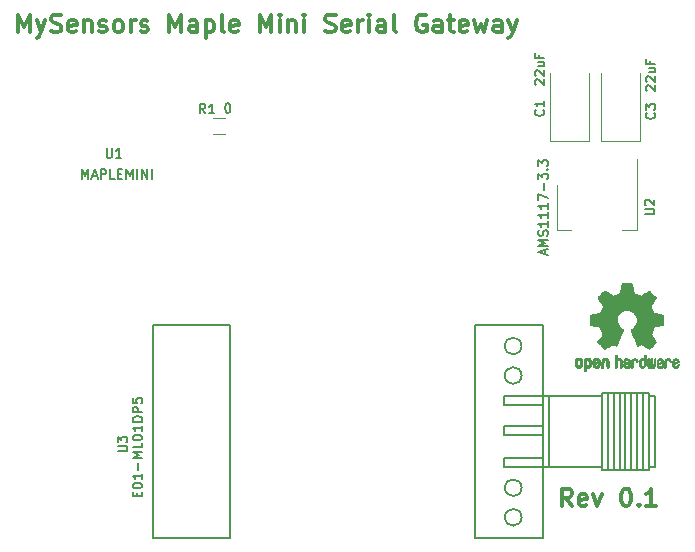
<source format=gto>
G04 #@! TF.GenerationSoftware,KiCad,Pcbnew,no-vcs-found-10c5297~59~ubuntu16.04.1*
G04 #@! TF.CreationDate,2017-07-18T17:41:24+03:00*
G04 #@! TF.ProjectId,serial_gw_maple_mini,73657269616C5F67775F6D61706C655F,rev?*
G04 #@! TF.SameCoordinates,Original
G04 #@! TF.FileFunction,Legend,Top*
G04 #@! TF.FilePolarity,Positive*
%FSLAX46Y46*%
G04 Gerber Fmt 4.6, Leading zero omitted, Abs format (unit mm)*
G04 Created by KiCad (PCBNEW no-vcs-found-10c5297~59~ubuntu16.04.1) date Tue Jul 18 17:41:24 2017*
%MOMM*%
%LPD*%
G01*
G04 APERTURE LIST*
%ADD10C,0.300000*%
%ADD11C,0.010000*%
%ADD12C,0.150000*%
%ADD13C,0.120000*%
%ADD14O,2.400000X1.600000*%
%ADD15C,3.600000*%
%ADD16R,2.900000X3.600000*%
%ADD17R,1.600000X1.300000*%
%ADD18C,2.279600*%
%ADD19R,2.279600X2.279600*%
%ADD20R,1.900000X2.400000*%
%ADD21R,4.200000X2.400000*%
G04 APERTURE END LIST*
D10*
X152192285Y-43604571D02*
X152192285Y-42104571D01*
X152692285Y-43176000D01*
X153192285Y-42104571D01*
X153192285Y-43604571D01*
X153763714Y-42604571D02*
X154120857Y-43604571D01*
X154478000Y-42604571D02*
X154120857Y-43604571D01*
X153978000Y-43961714D01*
X153906571Y-44033142D01*
X153763714Y-44104571D01*
X154978000Y-43533142D02*
X155192285Y-43604571D01*
X155549428Y-43604571D01*
X155692285Y-43533142D01*
X155763714Y-43461714D01*
X155835142Y-43318857D01*
X155835142Y-43176000D01*
X155763714Y-43033142D01*
X155692285Y-42961714D01*
X155549428Y-42890285D01*
X155263714Y-42818857D01*
X155120857Y-42747428D01*
X155049428Y-42676000D01*
X154978000Y-42533142D01*
X154978000Y-42390285D01*
X155049428Y-42247428D01*
X155120857Y-42176000D01*
X155263714Y-42104571D01*
X155620857Y-42104571D01*
X155835142Y-42176000D01*
X157049428Y-43533142D02*
X156906571Y-43604571D01*
X156620857Y-43604571D01*
X156478000Y-43533142D01*
X156406571Y-43390285D01*
X156406571Y-42818857D01*
X156478000Y-42676000D01*
X156620857Y-42604571D01*
X156906571Y-42604571D01*
X157049428Y-42676000D01*
X157120857Y-42818857D01*
X157120857Y-42961714D01*
X156406571Y-43104571D01*
X157763714Y-42604571D02*
X157763714Y-43604571D01*
X157763714Y-42747428D02*
X157835142Y-42676000D01*
X157978000Y-42604571D01*
X158192285Y-42604571D01*
X158335142Y-42676000D01*
X158406571Y-42818857D01*
X158406571Y-43604571D01*
X159049428Y-43533142D02*
X159192285Y-43604571D01*
X159478000Y-43604571D01*
X159620857Y-43533142D01*
X159692285Y-43390285D01*
X159692285Y-43318857D01*
X159620857Y-43176000D01*
X159478000Y-43104571D01*
X159263714Y-43104571D01*
X159120857Y-43033142D01*
X159049428Y-42890285D01*
X159049428Y-42818857D01*
X159120857Y-42676000D01*
X159263714Y-42604571D01*
X159478000Y-42604571D01*
X159620857Y-42676000D01*
X160549428Y-43604571D02*
X160406571Y-43533142D01*
X160335142Y-43461714D01*
X160263714Y-43318857D01*
X160263714Y-42890285D01*
X160335142Y-42747428D01*
X160406571Y-42676000D01*
X160549428Y-42604571D01*
X160763714Y-42604571D01*
X160906571Y-42676000D01*
X160978000Y-42747428D01*
X161049428Y-42890285D01*
X161049428Y-43318857D01*
X160978000Y-43461714D01*
X160906571Y-43533142D01*
X160763714Y-43604571D01*
X160549428Y-43604571D01*
X161692285Y-43604571D02*
X161692285Y-42604571D01*
X161692285Y-42890285D02*
X161763714Y-42747428D01*
X161835142Y-42676000D01*
X161978000Y-42604571D01*
X162120857Y-42604571D01*
X162549428Y-43533142D02*
X162692285Y-43604571D01*
X162978000Y-43604571D01*
X163120857Y-43533142D01*
X163192285Y-43390285D01*
X163192285Y-43318857D01*
X163120857Y-43176000D01*
X162978000Y-43104571D01*
X162763714Y-43104571D01*
X162620857Y-43033142D01*
X162549428Y-42890285D01*
X162549428Y-42818857D01*
X162620857Y-42676000D01*
X162763714Y-42604571D01*
X162978000Y-42604571D01*
X163120857Y-42676000D01*
X164978000Y-43604571D02*
X164978000Y-42104571D01*
X165478000Y-43176000D01*
X165978000Y-42104571D01*
X165978000Y-43604571D01*
X167335142Y-43604571D02*
X167335142Y-42818857D01*
X167263714Y-42676000D01*
X167120857Y-42604571D01*
X166835142Y-42604571D01*
X166692285Y-42676000D01*
X167335142Y-43533142D02*
X167192285Y-43604571D01*
X166835142Y-43604571D01*
X166692285Y-43533142D01*
X166620857Y-43390285D01*
X166620857Y-43247428D01*
X166692285Y-43104571D01*
X166835142Y-43033142D01*
X167192285Y-43033142D01*
X167335142Y-42961714D01*
X168049428Y-42604571D02*
X168049428Y-44104571D01*
X168049428Y-42676000D02*
X168192285Y-42604571D01*
X168478000Y-42604571D01*
X168620857Y-42676000D01*
X168692285Y-42747428D01*
X168763714Y-42890285D01*
X168763714Y-43318857D01*
X168692285Y-43461714D01*
X168620857Y-43533142D01*
X168478000Y-43604571D01*
X168192285Y-43604571D01*
X168049428Y-43533142D01*
X169620857Y-43604571D02*
X169478000Y-43533142D01*
X169406571Y-43390285D01*
X169406571Y-42104571D01*
X170763714Y-43533142D02*
X170620857Y-43604571D01*
X170335142Y-43604571D01*
X170192285Y-43533142D01*
X170120857Y-43390285D01*
X170120857Y-42818857D01*
X170192285Y-42676000D01*
X170335142Y-42604571D01*
X170620857Y-42604571D01*
X170763714Y-42676000D01*
X170835142Y-42818857D01*
X170835142Y-42961714D01*
X170120857Y-43104571D01*
X172620857Y-43604571D02*
X172620857Y-42104571D01*
X173120857Y-43176000D01*
X173620857Y-42104571D01*
X173620857Y-43604571D01*
X174335142Y-43604571D02*
X174335142Y-42604571D01*
X174335142Y-42104571D02*
X174263714Y-42176000D01*
X174335142Y-42247428D01*
X174406571Y-42176000D01*
X174335142Y-42104571D01*
X174335142Y-42247428D01*
X175049428Y-42604571D02*
X175049428Y-43604571D01*
X175049428Y-42747428D02*
X175120857Y-42676000D01*
X175263714Y-42604571D01*
X175478000Y-42604571D01*
X175620857Y-42676000D01*
X175692285Y-42818857D01*
X175692285Y-43604571D01*
X176406571Y-43604571D02*
X176406571Y-42604571D01*
X176406571Y-42104571D02*
X176335142Y-42176000D01*
X176406571Y-42247428D01*
X176478000Y-42176000D01*
X176406571Y-42104571D01*
X176406571Y-42247428D01*
X178192285Y-43533142D02*
X178406571Y-43604571D01*
X178763714Y-43604571D01*
X178906571Y-43533142D01*
X178978000Y-43461714D01*
X179049428Y-43318857D01*
X179049428Y-43176000D01*
X178978000Y-43033142D01*
X178906571Y-42961714D01*
X178763714Y-42890285D01*
X178478000Y-42818857D01*
X178335142Y-42747428D01*
X178263714Y-42676000D01*
X178192285Y-42533142D01*
X178192285Y-42390285D01*
X178263714Y-42247428D01*
X178335142Y-42176000D01*
X178478000Y-42104571D01*
X178835142Y-42104571D01*
X179049428Y-42176000D01*
X180263714Y-43533142D02*
X180120857Y-43604571D01*
X179835142Y-43604571D01*
X179692285Y-43533142D01*
X179620857Y-43390285D01*
X179620857Y-42818857D01*
X179692285Y-42676000D01*
X179835142Y-42604571D01*
X180120857Y-42604571D01*
X180263714Y-42676000D01*
X180335142Y-42818857D01*
X180335142Y-42961714D01*
X179620857Y-43104571D01*
X180978000Y-43604571D02*
X180978000Y-42604571D01*
X180978000Y-42890285D02*
X181049428Y-42747428D01*
X181120857Y-42676000D01*
X181263714Y-42604571D01*
X181406571Y-42604571D01*
X181906571Y-43604571D02*
X181906571Y-42604571D01*
X181906571Y-42104571D02*
X181835142Y-42176000D01*
X181906571Y-42247428D01*
X181978000Y-42176000D01*
X181906571Y-42104571D01*
X181906571Y-42247428D01*
X183263714Y-43604571D02*
X183263714Y-42818857D01*
X183192285Y-42676000D01*
X183049428Y-42604571D01*
X182763714Y-42604571D01*
X182620857Y-42676000D01*
X183263714Y-43533142D02*
X183120857Y-43604571D01*
X182763714Y-43604571D01*
X182620857Y-43533142D01*
X182549428Y-43390285D01*
X182549428Y-43247428D01*
X182620857Y-43104571D01*
X182763714Y-43033142D01*
X183120857Y-43033142D01*
X183263714Y-42961714D01*
X184192285Y-43604571D02*
X184049428Y-43533142D01*
X183978000Y-43390285D01*
X183978000Y-42104571D01*
X186692285Y-42176000D02*
X186549428Y-42104571D01*
X186335142Y-42104571D01*
X186120857Y-42176000D01*
X185978000Y-42318857D01*
X185906571Y-42461714D01*
X185835142Y-42747428D01*
X185835142Y-42961714D01*
X185906571Y-43247428D01*
X185978000Y-43390285D01*
X186120857Y-43533142D01*
X186335142Y-43604571D01*
X186478000Y-43604571D01*
X186692285Y-43533142D01*
X186763714Y-43461714D01*
X186763714Y-42961714D01*
X186478000Y-42961714D01*
X188049428Y-43604571D02*
X188049428Y-42818857D01*
X187978000Y-42676000D01*
X187835142Y-42604571D01*
X187549428Y-42604571D01*
X187406571Y-42676000D01*
X188049428Y-43533142D02*
X187906571Y-43604571D01*
X187549428Y-43604571D01*
X187406571Y-43533142D01*
X187335142Y-43390285D01*
X187335142Y-43247428D01*
X187406571Y-43104571D01*
X187549428Y-43033142D01*
X187906571Y-43033142D01*
X188049428Y-42961714D01*
X188549428Y-42604571D02*
X189120857Y-42604571D01*
X188763714Y-42104571D02*
X188763714Y-43390285D01*
X188835142Y-43533142D01*
X188978000Y-43604571D01*
X189120857Y-43604571D01*
X190192285Y-43533142D02*
X190049428Y-43604571D01*
X189763714Y-43604571D01*
X189620857Y-43533142D01*
X189549428Y-43390285D01*
X189549428Y-42818857D01*
X189620857Y-42676000D01*
X189763714Y-42604571D01*
X190049428Y-42604571D01*
X190192285Y-42676000D01*
X190263714Y-42818857D01*
X190263714Y-42961714D01*
X189549428Y-43104571D01*
X190763714Y-42604571D02*
X191049428Y-43604571D01*
X191335142Y-42890285D01*
X191620857Y-43604571D01*
X191906571Y-42604571D01*
X193120857Y-43604571D02*
X193120857Y-42818857D01*
X193049428Y-42676000D01*
X192906571Y-42604571D01*
X192620857Y-42604571D01*
X192478000Y-42676000D01*
X193120857Y-43533142D02*
X192978000Y-43604571D01*
X192620857Y-43604571D01*
X192478000Y-43533142D01*
X192406571Y-43390285D01*
X192406571Y-43247428D01*
X192478000Y-43104571D01*
X192620857Y-43033142D01*
X192978000Y-43033142D01*
X193120857Y-42961714D01*
X193692285Y-42604571D02*
X194049428Y-43604571D01*
X194406571Y-42604571D02*
X194049428Y-43604571D01*
X193906571Y-43961714D01*
X193835142Y-44033142D01*
X193692285Y-44104571D01*
X199076857Y-83736571D02*
X198576857Y-83022285D01*
X198219714Y-83736571D02*
X198219714Y-82236571D01*
X198791142Y-82236571D01*
X198934000Y-82308000D01*
X199005428Y-82379428D01*
X199076857Y-82522285D01*
X199076857Y-82736571D01*
X199005428Y-82879428D01*
X198934000Y-82950857D01*
X198791142Y-83022285D01*
X198219714Y-83022285D01*
X200291142Y-83665142D02*
X200148285Y-83736571D01*
X199862571Y-83736571D01*
X199719714Y-83665142D01*
X199648285Y-83522285D01*
X199648285Y-82950857D01*
X199719714Y-82808000D01*
X199862571Y-82736571D01*
X200148285Y-82736571D01*
X200291142Y-82808000D01*
X200362571Y-82950857D01*
X200362571Y-83093714D01*
X199648285Y-83236571D01*
X200862571Y-82736571D02*
X201219714Y-83736571D01*
X201576857Y-82736571D01*
X203576857Y-82236571D02*
X203719714Y-82236571D01*
X203862571Y-82308000D01*
X203934000Y-82379428D01*
X204005428Y-82522285D01*
X204076857Y-82808000D01*
X204076857Y-83165142D01*
X204005428Y-83450857D01*
X203934000Y-83593714D01*
X203862571Y-83665142D01*
X203719714Y-83736571D01*
X203576857Y-83736571D01*
X203434000Y-83665142D01*
X203362571Y-83593714D01*
X203291142Y-83450857D01*
X203219714Y-83165142D01*
X203219714Y-82808000D01*
X203291142Y-82522285D01*
X203362571Y-82379428D01*
X203434000Y-82308000D01*
X203576857Y-82236571D01*
X204719714Y-83593714D02*
X204791142Y-83665142D01*
X204719714Y-83736571D01*
X204648285Y-83665142D01*
X204719714Y-83593714D01*
X204719714Y-83736571D01*
X206219714Y-83736571D02*
X205362571Y-83736571D01*
X205791142Y-83736571D02*
X205791142Y-82236571D01*
X205648285Y-82450857D01*
X205505428Y-82593714D01*
X205362571Y-82665142D01*
D11*
G36*
X200476886Y-71164505D02*
X200551539Y-71201727D01*
X200617431Y-71270261D01*
X200635577Y-71295648D01*
X200655345Y-71328866D01*
X200668172Y-71364945D01*
X200675510Y-71413098D01*
X200678813Y-71482536D01*
X200679538Y-71574206D01*
X200676263Y-71699830D01*
X200664877Y-71794154D01*
X200643041Y-71864523D01*
X200608419Y-71918286D01*
X200558670Y-71962788D01*
X200555014Y-71965423D01*
X200505985Y-71992377D01*
X200446945Y-72005712D01*
X200371859Y-72009000D01*
X200249795Y-72009000D01*
X200249744Y-72127497D01*
X200248608Y-72193492D01*
X200241686Y-72232202D01*
X200223598Y-72255419D01*
X200188962Y-72274933D01*
X200180645Y-72278920D01*
X200141720Y-72297603D01*
X200111583Y-72309403D01*
X200089174Y-72310422D01*
X200073433Y-72296761D01*
X200063302Y-72264522D01*
X200057723Y-72209804D01*
X200055635Y-72128711D01*
X200055981Y-72017344D01*
X200057700Y-71871802D01*
X200058237Y-71828269D01*
X200060172Y-71678205D01*
X200061904Y-71580042D01*
X200249692Y-71580042D01*
X200250748Y-71663364D01*
X200255438Y-71717880D01*
X200266051Y-71753837D01*
X200284872Y-71781482D01*
X200297650Y-71794965D01*
X200349890Y-71834417D01*
X200396142Y-71837628D01*
X200443867Y-71805049D01*
X200445077Y-71803846D01*
X200464494Y-71778668D01*
X200476307Y-71744447D01*
X200482265Y-71691748D01*
X200484120Y-71611131D01*
X200484154Y-71593271D01*
X200479670Y-71482175D01*
X200465074Y-71405161D01*
X200438650Y-71358147D01*
X200398683Y-71337050D01*
X200375584Y-71334923D01*
X200320762Y-71344900D01*
X200283158Y-71377752D01*
X200260523Y-71437857D01*
X200250606Y-71529598D01*
X200249692Y-71580042D01*
X200061904Y-71580042D01*
X200062222Y-71562060D01*
X200064873Y-71474679D01*
X200068606Y-71410905D01*
X200073907Y-71365582D01*
X200081258Y-71333555D01*
X200091143Y-71309668D01*
X200104046Y-71288764D01*
X200109579Y-71280898D01*
X200182969Y-71206595D01*
X200275760Y-71164467D01*
X200383096Y-71152722D01*
X200476886Y-71164505D01*
X200476886Y-71164505D01*
G37*
X200476886Y-71164505D02*
X200551539Y-71201727D01*
X200617431Y-71270261D01*
X200635577Y-71295648D01*
X200655345Y-71328866D01*
X200668172Y-71364945D01*
X200675510Y-71413098D01*
X200678813Y-71482536D01*
X200679538Y-71574206D01*
X200676263Y-71699830D01*
X200664877Y-71794154D01*
X200643041Y-71864523D01*
X200608419Y-71918286D01*
X200558670Y-71962788D01*
X200555014Y-71965423D01*
X200505985Y-71992377D01*
X200446945Y-72005712D01*
X200371859Y-72009000D01*
X200249795Y-72009000D01*
X200249744Y-72127497D01*
X200248608Y-72193492D01*
X200241686Y-72232202D01*
X200223598Y-72255419D01*
X200188962Y-72274933D01*
X200180645Y-72278920D01*
X200141720Y-72297603D01*
X200111583Y-72309403D01*
X200089174Y-72310422D01*
X200073433Y-72296761D01*
X200063302Y-72264522D01*
X200057723Y-72209804D01*
X200055635Y-72128711D01*
X200055981Y-72017344D01*
X200057700Y-71871802D01*
X200058237Y-71828269D01*
X200060172Y-71678205D01*
X200061904Y-71580042D01*
X200249692Y-71580042D01*
X200250748Y-71663364D01*
X200255438Y-71717880D01*
X200266051Y-71753837D01*
X200284872Y-71781482D01*
X200297650Y-71794965D01*
X200349890Y-71834417D01*
X200396142Y-71837628D01*
X200443867Y-71805049D01*
X200445077Y-71803846D01*
X200464494Y-71778668D01*
X200476307Y-71744447D01*
X200482265Y-71691748D01*
X200484120Y-71611131D01*
X200484154Y-71593271D01*
X200479670Y-71482175D01*
X200465074Y-71405161D01*
X200438650Y-71358147D01*
X200398683Y-71337050D01*
X200375584Y-71334923D01*
X200320762Y-71344900D01*
X200283158Y-71377752D01*
X200260523Y-71437857D01*
X200250606Y-71529598D01*
X200249692Y-71580042D01*
X200061904Y-71580042D01*
X200062222Y-71562060D01*
X200064873Y-71474679D01*
X200068606Y-71410905D01*
X200073907Y-71365582D01*
X200081258Y-71333555D01*
X200091143Y-71309668D01*
X200104046Y-71288764D01*
X200109579Y-71280898D01*
X200182969Y-71206595D01*
X200275760Y-71164467D01*
X200383096Y-71152722D01*
X200476886Y-71164505D01*
G36*
X201979664Y-71175089D02*
X202042367Y-71211358D01*
X202085961Y-71247358D01*
X202117845Y-71285075D01*
X202139810Y-71331199D01*
X202153649Y-71392421D01*
X202161153Y-71475431D01*
X202164117Y-71586919D01*
X202164461Y-71667062D01*
X202164461Y-71962065D01*
X201998385Y-72036515D01*
X201988615Y-71713402D01*
X201984579Y-71592729D01*
X201980344Y-71505141D01*
X201975097Y-71444650D01*
X201968025Y-71405268D01*
X201958311Y-71381007D01*
X201945144Y-71365880D01*
X201940919Y-71362606D01*
X201876909Y-71337034D01*
X201812208Y-71347153D01*
X201773692Y-71374000D01*
X201758025Y-71393024D01*
X201747180Y-71417988D01*
X201740288Y-71455834D01*
X201736479Y-71513502D01*
X201734883Y-71597935D01*
X201734615Y-71685928D01*
X201734563Y-71796323D01*
X201732672Y-71874463D01*
X201726345Y-71927165D01*
X201712983Y-71961242D01*
X201689985Y-71983511D01*
X201654754Y-72000787D01*
X201607697Y-72018738D01*
X201556303Y-72038278D01*
X201562421Y-71691485D01*
X201564884Y-71566468D01*
X201567767Y-71474082D01*
X201571898Y-71407881D01*
X201578107Y-71361420D01*
X201587226Y-71328256D01*
X201600083Y-71301944D01*
X201615584Y-71278729D01*
X201690371Y-71204569D01*
X201781628Y-71161684D01*
X201880883Y-71151412D01*
X201979664Y-71175089D01*
X201979664Y-71175089D01*
G37*
X201979664Y-71175089D02*
X202042367Y-71211358D01*
X202085961Y-71247358D01*
X202117845Y-71285075D01*
X202139810Y-71331199D01*
X202153649Y-71392421D01*
X202161153Y-71475431D01*
X202164117Y-71586919D01*
X202164461Y-71667062D01*
X202164461Y-71962065D01*
X201998385Y-72036515D01*
X201988615Y-71713402D01*
X201984579Y-71592729D01*
X201980344Y-71505141D01*
X201975097Y-71444650D01*
X201968025Y-71405268D01*
X201958311Y-71381007D01*
X201945144Y-71365880D01*
X201940919Y-71362606D01*
X201876909Y-71337034D01*
X201812208Y-71347153D01*
X201773692Y-71374000D01*
X201758025Y-71393024D01*
X201747180Y-71417988D01*
X201740288Y-71455834D01*
X201736479Y-71513502D01*
X201734883Y-71597935D01*
X201734615Y-71685928D01*
X201734563Y-71796323D01*
X201732672Y-71874463D01*
X201726345Y-71927165D01*
X201712983Y-71961242D01*
X201689985Y-71983511D01*
X201654754Y-72000787D01*
X201607697Y-72018738D01*
X201556303Y-72038278D01*
X201562421Y-71691485D01*
X201564884Y-71566468D01*
X201567767Y-71474082D01*
X201571898Y-71407881D01*
X201578107Y-71361420D01*
X201587226Y-71328256D01*
X201600083Y-71301944D01*
X201615584Y-71278729D01*
X201690371Y-71204569D01*
X201781628Y-71161684D01*
X201880883Y-71151412D01*
X201979664Y-71175089D01*
G36*
X199724886Y-71167256D02*
X199816464Y-71215409D01*
X199884049Y-71292905D01*
X199908057Y-71342727D01*
X199926738Y-71417533D01*
X199936301Y-71512052D01*
X199937208Y-71615210D01*
X199929921Y-71715935D01*
X199914903Y-71803153D01*
X199892615Y-71865791D01*
X199885765Y-71876579D01*
X199804632Y-71957105D01*
X199708266Y-72005336D01*
X199603701Y-72019450D01*
X199497968Y-71997629D01*
X199468543Y-71984547D01*
X199411241Y-71944231D01*
X199360950Y-71890775D01*
X199356197Y-71883995D01*
X199336878Y-71851321D01*
X199324108Y-71816394D01*
X199316564Y-71770414D01*
X199312924Y-71704584D01*
X199311865Y-71610105D01*
X199311846Y-71588923D01*
X199311894Y-71582182D01*
X199507231Y-71582182D01*
X199508368Y-71671349D01*
X199512841Y-71730520D01*
X199522246Y-71768741D01*
X199538176Y-71795053D01*
X199546308Y-71803846D01*
X199593058Y-71837261D01*
X199638447Y-71835737D01*
X199684340Y-71806752D01*
X199711712Y-71775809D01*
X199727923Y-71730643D01*
X199737026Y-71659420D01*
X199737651Y-71651114D01*
X199739204Y-71522037D01*
X199722965Y-71426172D01*
X199689152Y-71364107D01*
X199637984Y-71336432D01*
X199619720Y-71334923D01*
X199571760Y-71342513D01*
X199538953Y-71368808D01*
X199518895Y-71419095D01*
X199509178Y-71498664D01*
X199507231Y-71582182D01*
X199311894Y-71582182D01*
X199312574Y-71488249D01*
X199315629Y-71417906D01*
X199322322Y-71369163D01*
X199333960Y-71333288D01*
X199351853Y-71301548D01*
X199355808Y-71295648D01*
X199422267Y-71216104D01*
X199494685Y-71169929D01*
X199582849Y-71151599D01*
X199612787Y-71150703D01*
X199724886Y-71167256D01*
X199724886Y-71167256D01*
G37*
X199724886Y-71167256D02*
X199816464Y-71215409D01*
X199884049Y-71292905D01*
X199908057Y-71342727D01*
X199926738Y-71417533D01*
X199936301Y-71512052D01*
X199937208Y-71615210D01*
X199929921Y-71715935D01*
X199914903Y-71803153D01*
X199892615Y-71865791D01*
X199885765Y-71876579D01*
X199804632Y-71957105D01*
X199708266Y-72005336D01*
X199603701Y-72019450D01*
X199497968Y-71997629D01*
X199468543Y-71984547D01*
X199411241Y-71944231D01*
X199360950Y-71890775D01*
X199356197Y-71883995D01*
X199336878Y-71851321D01*
X199324108Y-71816394D01*
X199316564Y-71770414D01*
X199312924Y-71704584D01*
X199311865Y-71610105D01*
X199311846Y-71588923D01*
X199311894Y-71582182D01*
X199507231Y-71582182D01*
X199508368Y-71671349D01*
X199512841Y-71730520D01*
X199522246Y-71768741D01*
X199538176Y-71795053D01*
X199546308Y-71803846D01*
X199593058Y-71837261D01*
X199638447Y-71835737D01*
X199684340Y-71806752D01*
X199711712Y-71775809D01*
X199727923Y-71730643D01*
X199737026Y-71659420D01*
X199737651Y-71651114D01*
X199739204Y-71522037D01*
X199722965Y-71426172D01*
X199689152Y-71364107D01*
X199637984Y-71336432D01*
X199619720Y-71334923D01*
X199571760Y-71342513D01*
X199538953Y-71368808D01*
X199518895Y-71419095D01*
X199509178Y-71498664D01*
X199507231Y-71582182D01*
X199311894Y-71582182D01*
X199312574Y-71488249D01*
X199315629Y-71417906D01*
X199322322Y-71369163D01*
X199333960Y-71333288D01*
X199351853Y-71301548D01*
X199355808Y-71295648D01*
X199422267Y-71216104D01*
X199494685Y-71169929D01*
X199582849Y-71151599D01*
X199612787Y-71150703D01*
X199724886Y-71167256D01*
G36*
X201242254Y-71179745D02*
X201319286Y-71231567D01*
X201378816Y-71306412D01*
X201414378Y-71401654D01*
X201421571Y-71471756D01*
X201420754Y-71501009D01*
X201413914Y-71523407D01*
X201395112Y-71543474D01*
X201358408Y-71565733D01*
X201297862Y-71594709D01*
X201207534Y-71634927D01*
X201207077Y-71635129D01*
X201123933Y-71673210D01*
X201055753Y-71707025D01*
X201009505Y-71732933D01*
X200992158Y-71747295D01*
X200992154Y-71747411D01*
X201007443Y-71778685D01*
X201043196Y-71813157D01*
X201084242Y-71837990D01*
X201105037Y-71842923D01*
X201161770Y-71825862D01*
X201210627Y-71783133D01*
X201234465Y-71736155D01*
X201257397Y-71701522D01*
X201302318Y-71662081D01*
X201355123Y-71628009D01*
X201401710Y-71609480D01*
X201411452Y-71608462D01*
X201422418Y-71625215D01*
X201423079Y-71668039D01*
X201415020Y-71725781D01*
X201399827Y-71787289D01*
X201379086Y-71841409D01*
X201378038Y-71843510D01*
X201315621Y-71930660D01*
X201234726Y-71989939D01*
X201142856Y-72019034D01*
X201047513Y-72015634D01*
X200956198Y-71977428D01*
X200952138Y-71974741D01*
X200880306Y-71909642D01*
X200833073Y-71824705D01*
X200806934Y-71713021D01*
X200803426Y-71681643D01*
X200797213Y-71533536D01*
X200804661Y-71464468D01*
X200992154Y-71464468D01*
X200994590Y-71507552D01*
X201007914Y-71520126D01*
X201041132Y-71510719D01*
X201093494Y-71488483D01*
X201152024Y-71460610D01*
X201153479Y-71459872D01*
X201203089Y-71433777D01*
X201223000Y-71416363D01*
X201218090Y-71398107D01*
X201197416Y-71374120D01*
X201144819Y-71339406D01*
X201088177Y-71336856D01*
X201037369Y-71362119D01*
X201002276Y-71410847D01*
X200992154Y-71464468D01*
X200804661Y-71464468D01*
X200809992Y-71415036D01*
X200842778Y-71321055D01*
X200888421Y-71255215D01*
X200970802Y-71188681D01*
X201061546Y-71155676D01*
X201154185Y-71153573D01*
X201242254Y-71179745D01*
X201242254Y-71179745D01*
G37*
X201242254Y-71179745D02*
X201319286Y-71231567D01*
X201378816Y-71306412D01*
X201414378Y-71401654D01*
X201421571Y-71471756D01*
X201420754Y-71501009D01*
X201413914Y-71523407D01*
X201395112Y-71543474D01*
X201358408Y-71565733D01*
X201297862Y-71594709D01*
X201207534Y-71634927D01*
X201207077Y-71635129D01*
X201123933Y-71673210D01*
X201055753Y-71707025D01*
X201009505Y-71732933D01*
X200992158Y-71747295D01*
X200992154Y-71747411D01*
X201007443Y-71778685D01*
X201043196Y-71813157D01*
X201084242Y-71837990D01*
X201105037Y-71842923D01*
X201161770Y-71825862D01*
X201210627Y-71783133D01*
X201234465Y-71736155D01*
X201257397Y-71701522D01*
X201302318Y-71662081D01*
X201355123Y-71628009D01*
X201401710Y-71609480D01*
X201411452Y-71608462D01*
X201422418Y-71625215D01*
X201423079Y-71668039D01*
X201415020Y-71725781D01*
X201399827Y-71787289D01*
X201379086Y-71841409D01*
X201378038Y-71843510D01*
X201315621Y-71930660D01*
X201234726Y-71989939D01*
X201142856Y-72019034D01*
X201047513Y-72015634D01*
X200956198Y-71977428D01*
X200952138Y-71974741D01*
X200880306Y-71909642D01*
X200833073Y-71824705D01*
X200806934Y-71713021D01*
X200803426Y-71681643D01*
X200797213Y-71533536D01*
X200804661Y-71464468D01*
X200992154Y-71464468D01*
X200994590Y-71507552D01*
X201007914Y-71520126D01*
X201041132Y-71510719D01*
X201093494Y-71488483D01*
X201152024Y-71460610D01*
X201153479Y-71459872D01*
X201203089Y-71433777D01*
X201223000Y-71416363D01*
X201218090Y-71398107D01*
X201197416Y-71374120D01*
X201144819Y-71339406D01*
X201088177Y-71336856D01*
X201037369Y-71362119D01*
X201002276Y-71410847D01*
X200992154Y-71464468D01*
X200804661Y-71464468D01*
X200809992Y-71415036D01*
X200842778Y-71321055D01*
X200888421Y-71255215D01*
X200970802Y-71188681D01*
X201061546Y-71155676D01*
X201154185Y-71153573D01*
X201242254Y-71179745D01*
G36*
X202867846Y-71072120D02*
X202873572Y-71151980D01*
X202880149Y-71199039D01*
X202889262Y-71219566D01*
X202902598Y-71219829D01*
X202906923Y-71217378D01*
X202964444Y-71199636D01*
X203039268Y-71200672D01*
X203115339Y-71218910D01*
X203162918Y-71242505D01*
X203211702Y-71280198D01*
X203247364Y-71322855D01*
X203271845Y-71377057D01*
X203287087Y-71449384D01*
X203295030Y-71546419D01*
X203297616Y-71674742D01*
X203297662Y-71699358D01*
X203297692Y-71975870D01*
X203236161Y-71997320D01*
X203192459Y-72011912D01*
X203168482Y-72018706D01*
X203167777Y-72018769D01*
X203165415Y-72000345D01*
X203163406Y-71949526D01*
X203161901Y-71872993D01*
X203161053Y-71777430D01*
X203160923Y-71719329D01*
X203160651Y-71604771D01*
X203159252Y-71522667D01*
X203155849Y-71466393D01*
X203149567Y-71429326D01*
X203139529Y-71404844D01*
X203124861Y-71386325D01*
X203115702Y-71377406D01*
X203052789Y-71341466D01*
X202984136Y-71338775D01*
X202921848Y-71369170D01*
X202910329Y-71380144D01*
X202893433Y-71400779D01*
X202881714Y-71425256D01*
X202874233Y-71460647D01*
X202870054Y-71514026D01*
X202868237Y-71592466D01*
X202867846Y-71700617D01*
X202867846Y-71975870D01*
X202806315Y-71997320D01*
X202762613Y-72011912D01*
X202738636Y-72018706D01*
X202737930Y-72018769D01*
X202736126Y-72000069D01*
X202734500Y-71947322D01*
X202733117Y-71865557D01*
X202732042Y-71759805D01*
X202731340Y-71635094D01*
X202731077Y-71496455D01*
X202731077Y-70961806D01*
X202858077Y-70908236D01*
X202867846Y-71072120D01*
X202867846Y-71072120D01*
G37*
X202867846Y-71072120D02*
X202873572Y-71151980D01*
X202880149Y-71199039D01*
X202889262Y-71219566D01*
X202902598Y-71219829D01*
X202906923Y-71217378D01*
X202964444Y-71199636D01*
X203039268Y-71200672D01*
X203115339Y-71218910D01*
X203162918Y-71242505D01*
X203211702Y-71280198D01*
X203247364Y-71322855D01*
X203271845Y-71377057D01*
X203287087Y-71449384D01*
X203295030Y-71546419D01*
X203297616Y-71674742D01*
X203297662Y-71699358D01*
X203297692Y-71975870D01*
X203236161Y-71997320D01*
X203192459Y-72011912D01*
X203168482Y-72018706D01*
X203167777Y-72018769D01*
X203165415Y-72000345D01*
X203163406Y-71949526D01*
X203161901Y-71872993D01*
X203161053Y-71777430D01*
X203160923Y-71719329D01*
X203160651Y-71604771D01*
X203159252Y-71522667D01*
X203155849Y-71466393D01*
X203149567Y-71429326D01*
X203139529Y-71404844D01*
X203124861Y-71386325D01*
X203115702Y-71377406D01*
X203052789Y-71341466D01*
X202984136Y-71338775D01*
X202921848Y-71369170D01*
X202910329Y-71380144D01*
X202893433Y-71400779D01*
X202881714Y-71425256D01*
X202874233Y-71460647D01*
X202870054Y-71514026D01*
X202868237Y-71592466D01*
X202867846Y-71700617D01*
X202867846Y-71975870D01*
X202806315Y-71997320D01*
X202762613Y-72011912D01*
X202738636Y-72018706D01*
X202737930Y-72018769D01*
X202736126Y-72000069D01*
X202734500Y-71947322D01*
X202733117Y-71865557D01*
X202732042Y-71759805D01*
X202731340Y-71635094D01*
X202731077Y-71496455D01*
X202731077Y-70961806D01*
X202858077Y-70908236D01*
X202867846Y-71072120D01*
G36*
X203761501Y-71206303D02*
X203838060Y-71234733D01*
X203838936Y-71235279D01*
X203886285Y-71270127D01*
X203921241Y-71310852D01*
X203945825Y-71363925D01*
X203962062Y-71435814D01*
X203971975Y-71532992D01*
X203977586Y-71661928D01*
X203978077Y-71680298D01*
X203985141Y-71957287D01*
X203925695Y-71988028D01*
X203882681Y-72008802D01*
X203856710Y-72018646D01*
X203855509Y-72018769D01*
X203851014Y-72000606D01*
X203847444Y-71951612D01*
X203845248Y-71880031D01*
X203844769Y-71822068D01*
X203844758Y-71728170D01*
X203840466Y-71669203D01*
X203825503Y-71641079D01*
X203793482Y-71639706D01*
X203738014Y-71660998D01*
X203654269Y-71700136D01*
X203592689Y-71732643D01*
X203561017Y-71760845D01*
X203551706Y-71791582D01*
X203551692Y-71793104D01*
X203567057Y-71846054D01*
X203612547Y-71874660D01*
X203682166Y-71878803D01*
X203732313Y-71878084D01*
X203758754Y-71892527D01*
X203775243Y-71927218D01*
X203784733Y-71971416D01*
X203771057Y-71996493D01*
X203765907Y-72000082D01*
X203717425Y-72014496D01*
X203649531Y-72016537D01*
X203579612Y-72006983D01*
X203530068Y-71989522D01*
X203461570Y-71931364D01*
X203422634Y-71850408D01*
X203414923Y-71787160D01*
X203420807Y-71730111D01*
X203442101Y-71683542D01*
X203484265Y-71642181D01*
X203552759Y-71600755D01*
X203653044Y-71553993D01*
X203659154Y-71551350D01*
X203749490Y-71509617D01*
X203805235Y-71475391D01*
X203829129Y-71444635D01*
X203823913Y-71413311D01*
X203792328Y-71377383D01*
X203782883Y-71369116D01*
X203719617Y-71337058D01*
X203654064Y-71338407D01*
X203596972Y-71369838D01*
X203559093Y-71428024D01*
X203555574Y-71439446D01*
X203521300Y-71494837D01*
X203477809Y-71521518D01*
X203414923Y-71547960D01*
X203414923Y-71479548D01*
X203434052Y-71380110D01*
X203490831Y-71288902D01*
X203520378Y-71258389D01*
X203587542Y-71219228D01*
X203672956Y-71201500D01*
X203761501Y-71206303D01*
X203761501Y-71206303D01*
G37*
X203761501Y-71206303D02*
X203838060Y-71234733D01*
X203838936Y-71235279D01*
X203886285Y-71270127D01*
X203921241Y-71310852D01*
X203945825Y-71363925D01*
X203962062Y-71435814D01*
X203971975Y-71532992D01*
X203977586Y-71661928D01*
X203978077Y-71680298D01*
X203985141Y-71957287D01*
X203925695Y-71988028D01*
X203882681Y-72008802D01*
X203856710Y-72018646D01*
X203855509Y-72018769D01*
X203851014Y-72000606D01*
X203847444Y-71951612D01*
X203845248Y-71880031D01*
X203844769Y-71822068D01*
X203844758Y-71728170D01*
X203840466Y-71669203D01*
X203825503Y-71641079D01*
X203793482Y-71639706D01*
X203738014Y-71660998D01*
X203654269Y-71700136D01*
X203592689Y-71732643D01*
X203561017Y-71760845D01*
X203551706Y-71791582D01*
X203551692Y-71793104D01*
X203567057Y-71846054D01*
X203612547Y-71874660D01*
X203682166Y-71878803D01*
X203732313Y-71878084D01*
X203758754Y-71892527D01*
X203775243Y-71927218D01*
X203784733Y-71971416D01*
X203771057Y-71996493D01*
X203765907Y-72000082D01*
X203717425Y-72014496D01*
X203649531Y-72016537D01*
X203579612Y-72006983D01*
X203530068Y-71989522D01*
X203461570Y-71931364D01*
X203422634Y-71850408D01*
X203414923Y-71787160D01*
X203420807Y-71730111D01*
X203442101Y-71683542D01*
X203484265Y-71642181D01*
X203552759Y-71600755D01*
X203653044Y-71553993D01*
X203659154Y-71551350D01*
X203749490Y-71509617D01*
X203805235Y-71475391D01*
X203829129Y-71444635D01*
X203823913Y-71413311D01*
X203792328Y-71377383D01*
X203782883Y-71369116D01*
X203719617Y-71337058D01*
X203654064Y-71338407D01*
X203596972Y-71369838D01*
X203559093Y-71428024D01*
X203555574Y-71439446D01*
X203521300Y-71494837D01*
X203477809Y-71521518D01*
X203414923Y-71547960D01*
X203414923Y-71479548D01*
X203434052Y-71380110D01*
X203490831Y-71288902D01*
X203520378Y-71258389D01*
X203587542Y-71219228D01*
X203672956Y-71201500D01*
X203761501Y-71206303D01*
G36*
X204421362Y-71204670D02*
X204510117Y-71237421D01*
X204582022Y-71295350D01*
X204610144Y-71336128D01*
X204640802Y-71410954D01*
X204640165Y-71465058D01*
X204607987Y-71501446D01*
X204596081Y-71507633D01*
X204544675Y-71526925D01*
X204518422Y-71521982D01*
X204509530Y-71489587D01*
X204509077Y-71471692D01*
X204492797Y-71405859D01*
X204450365Y-71359807D01*
X204391388Y-71337564D01*
X204325475Y-71343161D01*
X204271895Y-71372229D01*
X204253798Y-71388810D01*
X204240971Y-71408925D01*
X204232306Y-71439332D01*
X204226696Y-71486788D01*
X204223035Y-71558050D01*
X204220215Y-71659875D01*
X204219484Y-71692115D01*
X204216820Y-71802410D01*
X204213792Y-71880036D01*
X204209250Y-71931396D01*
X204202046Y-71962890D01*
X204191033Y-71980920D01*
X204175060Y-71991888D01*
X204164834Y-71996733D01*
X204121406Y-72013301D01*
X204095842Y-72018769D01*
X204087395Y-72000507D01*
X204082239Y-71945296D01*
X204080346Y-71852499D01*
X204081689Y-71721478D01*
X204082107Y-71701269D01*
X204085058Y-71581733D01*
X204088548Y-71494449D01*
X204093514Y-71432591D01*
X204100893Y-71389336D01*
X204111624Y-71357860D01*
X204126645Y-71331339D01*
X204134502Y-71319975D01*
X204179553Y-71269692D01*
X204229940Y-71230581D01*
X204236108Y-71227167D01*
X204326458Y-71200212D01*
X204421362Y-71204670D01*
X204421362Y-71204670D01*
G37*
X204421362Y-71204670D02*
X204510117Y-71237421D01*
X204582022Y-71295350D01*
X204610144Y-71336128D01*
X204640802Y-71410954D01*
X204640165Y-71465058D01*
X204607987Y-71501446D01*
X204596081Y-71507633D01*
X204544675Y-71526925D01*
X204518422Y-71521982D01*
X204509530Y-71489587D01*
X204509077Y-71471692D01*
X204492797Y-71405859D01*
X204450365Y-71359807D01*
X204391388Y-71337564D01*
X204325475Y-71343161D01*
X204271895Y-71372229D01*
X204253798Y-71388810D01*
X204240971Y-71408925D01*
X204232306Y-71439332D01*
X204226696Y-71486788D01*
X204223035Y-71558050D01*
X204220215Y-71659875D01*
X204219484Y-71692115D01*
X204216820Y-71802410D01*
X204213792Y-71880036D01*
X204209250Y-71931396D01*
X204202046Y-71962890D01*
X204191033Y-71980920D01*
X204175060Y-71991888D01*
X204164834Y-71996733D01*
X204121406Y-72013301D01*
X204095842Y-72018769D01*
X204087395Y-72000507D01*
X204082239Y-71945296D01*
X204080346Y-71852499D01*
X204081689Y-71721478D01*
X204082107Y-71701269D01*
X204085058Y-71581733D01*
X204088548Y-71494449D01*
X204093514Y-71432591D01*
X204100893Y-71389336D01*
X204111624Y-71357860D01*
X204126645Y-71331339D01*
X204134502Y-71319975D01*
X204179553Y-71269692D01*
X204229940Y-71230581D01*
X204236108Y-71227167D01*
X204326458Y-71200212D01*
X204421362Y-71204670D01*
G36*
X205310081Y-71360289D02*
X205309833Y-71506320D01*
X205308872Y-71618655D01*
X205306794Y-71702678D01*
X205303193Y-71763769D01*
X205297665Y-71807309D01*
X205289804Y-71838679D01*
X205279207Y-71863262D01*
X205271182Y-71877294D01*
X205204728Y-71953388D01*
X205120470Y-72001084D01*
X205027249Y-72018199D01*
X204933900Y-72002546D01*
X204878312Y-71974418D01*
X204819957Y-71925760D01*
X204780186Y-71866333D01*
X204756190Y-71788507D01*
X204745161Y-71684652D01*
X204743599Y-71608462D01*
X204743809Y-71602986D01*
X204880308Y-71602986D01*
X204881141Y-71690355D01*
X204884961Y-71748192D01*
X204893746Y-71786029D01*
X204909474Y-71813398D01*
X204928266Y-71834042D01*
X204991375Y-71873890D01*
X205059137Y-71877295D01*
X205123179Y-71844025D01*
X205128164Y-71839517D01*
X205149439Y-71816067D01*
X205162779Y-71788166D01*
X205170001Y-71746641D01*
X205172923Y-71682316D01*
X205173385Y-71611200D01*
X205172383Y-71521858D01*
X205168238Y-71462258D01*
X205159236Y-71423089D01*
X205143667Y-71395040D01*
X205130902Y-71380144D01*
X205071600Y-71342575D01*
X205003301Y-71338057D01*
X204938110Y-71366753D01*
X204925528Y-71377406D01*
X204904111Y-71401063D01*
X204890744Y-71429251D01*
X204883566Y-71471245D01*
X204880719Y-71536319D01*
X204880308Y-71602986D01*
X204743809Y-71602986D01*
X204748322Y-71485765D01*
X204764362Y-71393577D01*
X204794528Y-71324269D01*
X204841629Y-71270211D01*
X204878312Y-71242505D01*
X204944990Y-71212572D01*
X205022272Y-71198678D01*
X205094110Y-71202397D01*
X205134308Y-71217400D01*
X205150082Y-71221670D01*
X205160550Y-71205750D01*
X205167856Y-71163089D01*
X205173385Y-71098106D01*
X205179437Y-71025732D01*
X205187844Y-70982187D01*
X205203141Y-70957287D01*
X205229864Y-70940845D01*
X205246654Y-70933564D01*
X205310154Y-70906963D01*
X205310081Y-71360289D01*
X205310081Y-71360289D01*
G37*
X205310081Y-71360289D02*
X205309833Y-71506320D01*
X205308872Y-71618655D01*
X205306794Y-71702678D01*
X205303193Y-71763769D01*
X205297665Y-71807309D01*
X205289804Y-71838679D01*
X205279207Y-71863262D01*
X205271182Y-71877294D01*
X205204728Y-71953388D01*
X205120470Y-72001084D01*
X205027249Y-72018199D01*
X204933900Y-72002546D01*
X204878312Y-71974418D01*
X204819957Y-71925760D01*
X204780186Y-71866333D01*
X204756190Y-71788507D01*
X204745161Y-71684652D01*
X204743599Y-71608462D01*
X204743809Y-71602986D01*
X204880308Y-71602986D01*
X204881141Y-71690355D01*
X204884961Y-71748192D01*
X204893746Y-71786029D01*
X204909474Y-71813398D01*
X204928266Y-71834042D01*
X204991375Y-71873890D01*
X205059137Y-71877295D01*
X205123179Y-71844025D01*
X205128164Y-71839517D01*
X205149439Y-71816067D01*
X205162779Y-71788166D01*
X205170001Y-71746641D01*
X205172923Y-71682316D01*
X205173385Y-71611200D01*
X205172383Y-71521858D01*
X205168238Y-71462258D01*
X205159236Y-71423089D01*
X205143667Y-71395040D01*
X205130902Y-71380144D01*
X205071600Y-71342575D01*
X205003301Y-71338057D01*
X204938110Y-71366753D01*
X204925528Y-71377406D01*
X204904111Y-71401063D01*
X204890744Y-71429251D01*
X204883566Y-71471245D01*
X204880719Y-71536319D01*
X204880308Y-71602986D01*
X204743809Y-71602986D01*
X204748322Y-71485765D01*
X204764362Y-71393577D01*
X204794528Y-71324269D01*
X204841629Y-71270211D01*
X204878312Y-71242505D01*
X204944990Y-71212572D01*
X205022272Y-71198678D01*
X205094110Y-71202397D01*
X205134308Y-71217400D01*
X205150082Y-71221670D01*
X205160550Y-71205750D01*
X205167856Y-71163089D01*
X205173385Y-71098106D01*
X205179437Y-71025732D01*
X205187844Y-70982187D01*
X205203141Y-70957287D01*
X205229864Y-70940845D01*
X205246654Y-70933564D01*
X205310154Y-70906963D01*
X205310081Y-71360289D01*
G36*
X206103929Y-71216662D02*
X206106911Y-71268068D01*
X206109247Y-71346192D01*
X206110749Y-71444857D01*
X206111231Y-71548343D01*
X206111231Y-71898533D01*
X206049401Y-71960363D01*
X206006793Y-71998462D01*
X205969390Y-72013895D01*
X205918270Y-72012918D01*
X205897978Y-72010433D01*
X205834554Y-72003200D01*
X205782095Y-71999055D01*
X205769308Y-71998672D01*
X205726199Y-72001176D01*
X205664544Y-72007462D01*
X205640638Y-72010433D01*
X205581922Y-72015028D01*
X205542464Y-72005046D01*
X205503338Y-71974228D01*
X205489215Y-71960363D01*
X205427385Y-71898533D01*
X205427385Y-71243503D01*
X205477150Y-71220829D01*
X205520002Y-71204034D01*
X205545073Y-71198154D01*
X205551501Y-71216736D01*
X205557509Y-71268655D01*
X205562697Y-71348172D01*
X205566664Y-71449546D01*
X205568577Y-71535192D01*
X205573923Y-71872231D01*
X205620560Y-71878825D01*
X205662976Y-71874214D01*
X205683760Y-71859287D01*
X205689570Y-71831377D01*
X205694530Y-71771925D01*
X205698246Y-71688466D01*
X205700324Y-71588532D01*
X205700624Y-71537104D01*
X205700923Y-71241054D01*
X205762454Y-71219604D01*
X205806004Y-71205020D01*
X205829694Y-71198219D01*
X205830377Y-71198154D01*
X205832754Y-71216642D01*
X205835366Y-71267906D01*
X205837995Y-71345649D01*
X205840421Y-71443574D01*
X205842115Y-71535192D01*
X205847461Y-71872231D01*
X205964692Y-71872231D01*
X205970072Y-71564746D01*
X205975451Y-71257261D01*
X206032601Y-71227707D01*
X206074797Y-71207413D01*
X206099770Y-71198204D01*
X206100491Y-71198154D01*
X206103929Y-71216662D01*
X206103929Y-71216662D01*
G37*
X206103929Y-71216662D02*
X206106911Y-71268068D01*
X206109247Y-71346192D01*
X206110749Y-71444857D01*
X206111231Y-71548343D01*
X206111231Y-71898533D01*
X206049401Y-71960363D01*
X206006793Y-71998462D01*
X205969390Y-72013895D01*
X205918270Y-72012918D01*
X205897978Y-72010433D01*
X205834554Y-72003200D01*
X205782095Y-71999055D01*
X205769308Y-71998672D01*
X205726199Y-72001176D01*
X205664544Y-72007462D01*
X205640638Y-72010433D01*
X205581922Y-72015028D01*
X205542464Y-72005046D01*
X205503338Y-71974228D01*
X205489215Y-71960363D01*
X205427385Y-71898533D01*
X205427385Y-71243503D01*
X205477150Y-71220829D01*
X205520002Y-71204034D01*
X205545073Y-71198154D01*
X205551501Y-71216736D01*
X205557509Y-71268655D01*
X205562697Y-71348172D01*
X205566664Y-71449546D01*
X205568577Y-71535192D01*
X205573923Y-71872231D01*
X205620560Y-71878825D01*
X205662976Y-71874214D01*
X205683760Y-71859287D01*
X205689570Y-71831377D01*
X205694530Y-71771925D01*
X205698246Y-71688466D01*
X205700324Y-71588532D01*
X205700624Y-71537104D01*
X205700923Y-71241054D01*
X205762454Y-71219604D01*
X205806004Y-71205020D01*
X205829694Y-71198219D01*
X205830377Y-71198154D01*
X205832754Y-71216642D01*
X205835366Y-71267906D01*
X205837995Y-71345649D01*
X205840421Y-71443574D01*
X205842115Y-71535192D01*
X205847461Y-71872231D01*
X205964692Y-71872231D01*
X205970072Y-71564746D01*
X205975451Y-71257261D01*
X206032601Y-71227707D01*
X206074797Y-71207413D01*
X206099770Y-71198204D01*
X206100491Y-71198154D01*
X206103929Y-71216662D01*
G36*
X206595333Y-71213528D02*
X206651590Y-71239117D01*
X206695747Y-71270124D01*
X206728101Y-71304795D01*
X206750438Y-71349520D01*
X206764546Y-71410692D01*
X206772211Y-71494701D01*
X206775220Y-71607940D01*
X206775538Y-71682509D01*
X206775538Y-71973420D01*
X206725773Y-71996095D01*
X206686576Y-72012667D01*
X206667157Y-72018769D01*
X206663442Y-72000610D01*
X206660495Y-71951648D01*
X206658691Y-71880153D01*
X206658308Y-71823385D01*
X206656661Y-71741371D01*
X206652222Y-71676309D01*
X206645740Y-71636467D01*
X206640590Y-71628000D01*
X206605977Y-71636646D01*
X206551640Y-71658823D01*
X206488722Y-71688886D01*
X206428368Y-71721192D01*
X206381721Y-71750098D01*
X206359926Y-71769961D01*
X206359839Y-71770175D01*
X206361714Y-71806935D01*
X206378525Y-71842026D01*
X206408039Y-71870528D01*
X206451116Y-71880061D01*
X206487932Y-71878950D01*
X206540074Y-71878133D01*
X206567444Y-71890349D01*
X206583882Y-71922624D01*
X206585955Y-71928710D01*
X206593081Y-71974739D01*
X206574024Y-72002687D01*
X206524353Y-72016007D01*
X206470697Y-72018470D01*
X206374142Y-72000210D01*
X206324159Y-71974131D01*
X206262429Y-71912868D01*
X206229690Y-71837670D01*
X206226753Y-71758211D01*
X206254424Y-71684167D01*
X206296047Y-71637769D01*
X206337604Y-71611793D01*
X206402922Y-71578907D01*
X206479038Y-71545557D01*
X206491726Y-71540461D01*
X206575333Y-71503565D01*
X206623530Y-71471046D01*
X206639030Y-71438718D01*
X206624550Y-71402394D01*
X206599692Y-71374000D01*
X206540939Y-71339039D01*
X206476293Y-71336417D01*
X206417008Y-71363358D01*
X206374339Y-71417088D01*
X206368739Y-71430950D01*
X206336133Y-71481936D01*
X206288530Y-71519787D01*
X206228461Y-71550850D01*
X206228461Y-71462768D01*
X206231997Y-71408951D01*
X206247156Y-71366534D01*
X206280768Y-71321279D01*
X206313035Y-71286420D01*
X206363209Y-71237062D01*
X206402193Y-71210547D01*
X206444064Y-71199911D01*
X206491460Y-71198154D01*
X206595333Y-71213528D01*
X206595333Y-71213528D01*
G37*
X206595333Y-71213528D02*
X206651590Y-71239117D01*
X206695747Y-71270124D01*
X206728101Y-71304795D01*
X206750438Y-71349520D01*
X206764546Y-71410692D01*
X206772211Y-71494701D01*
X206775220Y-71607940D01*
X206775538Y-71682509D01*
X206775538Y-71973420D01*
X206725773Y-71996095D01*
X206686576Y-72012667D01*
X206667157Y-72018769D01*
X206663442Y-72000610D01*
X206660495Y-71951648D01*
X206658691Y-71880153D01*
X206658308Y-71823385D01*
X206656661Y-71741371D01*
X206652222Y-71676309D01*
X206645740Y-71636467D01*
X206640590Y-71628000D01*
X206605977Y-71636646D01*
X206551640Y-71658823D01*
X206488722Y-71688886D01*
X206428368Y-71721192D01*
X206381721Y-71750098D01*
X206359926Y-71769961D01*
X206359839Y-71770175D01*
X206361714Y-71806935D01*
X206378525Y-71842026D01*
X206408039Y-71870528D01*
X206451116Y-71880061D01*
X206487932Y-71878950D01*
X206540074Y-71878133D01*
X206567444Y-71890349D01*
X206583882Y-71922624D01*
X206585955Y-71928710D01*
X206593081Y-71974739D01*
X206574024Y-72002687D01*
X206524353Y-72016007D01*
X206470697Y-72018470D01*
X206374142Y-72000210D01*
X206324159Y-71974131D01*
X206262429Y-71912868D01*
X206229690Y-71837670D01*
X206226753Y-71758211D01*
X206254424Y-71684167D01*
X206296047Y-71637769D01*
X206337604Y-71611793D01*
X206402922Y-71578907D01*
X206479038Y-71545557D01*
X206491726Y-71540461D01*
X206575333Y-71503565D01*
X206623530Y-71471046D01*
X206639030Y-71438718D01*
X206624550Y-71402394D01*
X206599692Y-71374000D01*
X206540939Y-71339039D01*
X206476293Y-71336417D01*
X206417008Y-71363358D01*
X206374339Y-71417088D01*
X206368739Y-71430950D01*
X206336133Y-71481936D01*
X206288530Y-71519787D01*
X206228461Y-71550850D01*
X206228461Y-71462768D01*
X206231997Y-71408951D01*
X206247156Y-71366534D01*
X206280768Y-71321279D01*
X206313035Y-71286420D01*
X206363209Y-71237062D01*
X206402193Y-71210547D01*
X206444064Y-71199911D01*
X206491460Y-71198154D01*
X206595333Y-71213528D01*
G36*
X207278807Y-71216782D02*
X207302161Y-71226988D01*
X207357902Y-71271134D01*
X207405569Y-71334967D01*
X207435048Y-71403087D01*
X207439846Y-71436670D01*
X207423760Y-71483556D01*
X207388475Y-71508365D01*
X207350644Y-71523387D01*
X207333321Y-71526155D01*
X207324886Y-71506066D01*
X207308230Y-71462351D01*
X207300923Y-71442598D01*
X207259948Y-71374271D01*
X207200622Y-71340191D01*
X207124552Y-71341239D01*
X207118918Y-71342581D01*
X207078305Y-71361836D01*
X207048448Y-71399375D01*
X207028055Y-71459809D01*
X207015836Y-71547751D01*
X207010500Y-71667813D01*
X207010000Y-71731698D01*
X207009752Y-71832403D01*
X207008126Y-71901054D01*
X207003801Y-71944673D01*
X206995454Y-71970282D01*
X206981765Y-71984903D01*
X206961411Y-71995558D01*
X206960234Y-71996095D01*
X206921038Y-72012667D01*
X206901619Y-72018769D01*
X206898635Y-72000319D01*
X206896081Y-71949323D01*
X206894140Y-71872308D01*
X206892997Y-71775805D01*
X206892769Y-71705184D01*
X206893932Y-71568525D01*
X206898479Y-71464851D01*
X206907999Y-71388108D01*
X206924081Y-71332246D01*
X206948313Y-71291212D01*
X206982286Y-71258954D01*
X207015833Y-71236440D01*
X207096499Y-71206476D01*
X207190381Y-71199718D01*
X207278807Y-71216782D01*
X207278807Y-71216782D01*
G37*
X207278807Y-71216782D02*
X207302161Y-71226988D01*
X207357902Y-71271134D01*
X207405569Y-71334967D01*
X207435048Y-71403087D01*
X207439846Y-71436670D01*
X207423760Y-71483556D01*
X207388475Y-71508365D01*
X207350644Y-71523387D01*
X207333321Y-71526155D01*
X207324886Y-71506066D01*
X207308230Y-71462351D01*
X207300923Y-71442598D01*
X207259948Y-71374271D01*
X207200622Y-71340191D01*
X207124552Y-71341239D01*
X207118918Y-71342581D01*
X207078305Y-71361836D01*
X207048448Y-71399375D01*
X207028055Y-71459809D01*
X207015836Y-71547751D01*
X207010500Y-71667813D01*
X207010000Y-71731698D01*
X207009752Y-71832403D01*
X207008126Y-71901054D01*
X207003801Y-71944673D01*
X206995454Y-71970282D01*
X206981765Y-71984903D01*
X206961411Y-71995558D01*
X206960234Y-71996095D01*
X206921038Y-72012667D01*
X206901619Y-72018769D01*
X206898635Y-72000319D01*
X206896081Y-71949323D01*
X206894140Y-71872308D01*
X206892997Y-71775805D01*
X206892769Y-71705184D01*
X206893932Y-71568525D01*
X206898479Y-71464851D01*
X206907999Y-71388108D01*
X206924081Y-71332246D01*
X206948313Y-71291212D01*
X206982286Y-71258954D01*
X207015833Y-71236440D01*
X207096499Y-71206476D01*
X207190381Y-71199718D01*
X207278807Y-71216782D01*
G36*
X207953224Y-71227838D02*
X208030528Y-71278361D01*
X208067814Y-71323590D01*
X208097353Y-71405663D01*
X208099699Y-71470607D01*
X208094385Y-71557445D01*
X207894115Y-71645103D01*
X207796739Y-71689887D01*
X207733113Y-71725913D01*
X207700029Y-71757117D01*
X207694280Y-71787436D01*
X207712658Y-71820805D01*
X207732923Y-71842923D01*
X207791889Y-71878393D01*
X207856024Y-71880879D01*
X207914926Y-71853235D01*
X207958197Y-71798320D01*
X207965936Y-71778928D01*
X208003006Y-71718364D01*
X208045654Y-71692552D01*
X208104154Y-71670471D01*
X208104154Y-71754184D01*
X208098982Y-71811150D01*
X208078723Y-71859189D01*
X208036262Y-71914346D01*
X208029951Y-71921514D01*
X207982720Y-71970585D01*
X207942121Y-71996920D01*
X207891328Y-72009035D01*
X207849220Y-72013003D01*
X207773902Y-72013991D01*
X207720286Y-72001466D01*
X207686838Y-71982869D01*
X207634268Y-71941975D01*
X207597879Y-71897748D01*
X207574850Y-71842126D01*
X207562359Y-71767047D01*
X207557587Y-71664449D01*
X207557206Y-71612376D01*
X207558501Y-71549948D01*
X207676471Y-71549948D01*
X207677839Y-71583438D01*
X207681249Y-71588923D01*
X207703753Y-71581472D01*
X207752182Y-71561753D01*
X207816908Y-71533718D01*
X207830443Y-71527692D01*
X207912244Y-71486096D01*
X207957312Y-71449538D01*
X207967217Y-71415296D01*
X207943526Y-71380648D01*
X207923960Y-71365339D01*
X207853360Y-71334721D01*
X207787280Y-71339780D01*
X207731959Y-71377151D01*
X207693636Y-71443473D01*
X207681349Y-71496116D01*
X207676471Y-71549948D01*
X207558501Y-71549948D01*
X207559730Y-71490720D01*
X207569032Y-71400710D01*
X207587460Y-71335167D01*
X207617360Y-71286912D01*
X207661080Y-71248767D01*
X207680141Y-71236440D01*
X207766726Y-71204336D01*
X207861522Y-71202316D01*
X207953224Y-71227838D01*
X207953224Y-71227838D01*
G37*
X207953224Y-71227838D02*
X208030528Y-71278361D01*
X208067814Y-71323590D01*
X208097353Y-71405663D01*
X208099699Y-71470607D01*
X208094385Y-71557445D01*
X207894115Y-71645103D01*
X207796739Y-71689887D01*
X207733113Y-71725913D01*
X207700029Y-71757117D01*
X207694280Y-71787436D01*
X207712658Y-71820805D01*
X207732923Y-71842923D01*
X207791889Y-71878393D01*
X207856024Y-71880879D01*
X207914926Y-71853235D01*
X207958197Y-71798320D01*
X207965936Y-71778928D01*
X208003006Y-71718364D01*
X208045654Y-71692552D01*
X208104154Y-71670471D01*
X208104154Y-71754184D01*
X208098982Y-71811150D01*
X208078723Y-71859189D01*
X208036262Y-71914346D01*
X208029951Y-71921514D01*
X207982720Y-71970585D01*
X207942121Y-71996920D01*
X207891328Y-72009035D01*
X207849220Y-72013003D01*
X207773902Y-72013991D01*
X207720286Y-72001466D01*
X207686838Y-71982869D01*
X207634268Y-71941975D01*
X207597879Y-71897748D01*
X207574850Y-71842126D01*
X207562359Y-71767047D01*
X207557587Y-71664449D01*
X207557206Y-71612376D01*
X207558501Y-71549948D01*
X207676471Y-71549948D01*
X207677839Y-71583438D01*
X207681249Y-71588923D01*
X207703753Y-71581472D01*
X207752182Y-71561753D01*
X207816908Y-71533718D01*
X207830443Y-71527692D01*
X207912244Y-71486096D01*
X207957312Y-71449538D01*
X207967217Y-71415296D01*
X207943526Y-71380648D01*
X207923960Y-71365339D01*
X207853360Y-71334721D01*
X207787280Y-71339780D01*
X207731959Y-71377151D01*
X207693636Y-71443473D01*
X207681349Y-71496116D01*
X207676471Y-71549948D01*
X207558501Y-71549948D01*
X207559730Y-71490720D01*
X207569032Y-71400710D01*
X207587460Y-71335167D01*
X207617360Y-71286912D01*
X207661080Y-71248767D01*
X207680141Y-71236440D01*
X207766726Y-71204336D01*
X207861522Y-71202316D01*
X207953224Y-71227838D01*
G36*
X203847878Y-64867776D02*
X203953612Y-64868355D01*
X204030132Y-64869922D01*
X204082372Y-64872972D01*
X204115263Y-64877996D01*
X204133737Y-64885489D01*
X204142727Y-64895944D01*
X204147163Y-64909853D01*
X204147594Y-64911654D01*
X204154333Y-64944145D01*
X204166808Y-65008252D01*
X204183719Y-65097151D01*
X204203771Y-65204019D01*
X204225664Y-65322033D01*
X204226429Y-65326178D01*
X204248359Y-65441831D01*
X204268877Y-65544014D01*
X204286659Y-65626598D01*
X204300381Y-65683456D01*
X204308718Y-65708458D01*
X204309116Y-65708901D01*
X204333677Y-65721110D01*
X204384315Y-65741456D01*
X204450095Y-65765545D01*
X204450461Y-65765674D01*
X204533317Y-65796818D01*
X204631000Y-65836491D01*
X204723077Y-65876381D01*
X204727434Y-65878353D01*
X204877407Y-65946420D01*
X205209498Y-65719639D01*
X205311374Y-65650504D01*
X205403657Y-65588697D01*
X205481003Y-65537733D01*
X205538064Y-65501127D01*
X205569495Y-65482394D01*
X205572479Y-65481004D01*
X205595321Y-65487190D01*
X205637982Y-65517035D01*
X205702128Y-65571947D01*
X205789421Y-65653334D01*
X205878535Y-65739922D01*
X205964441Y-65825247D01*
X206041327Y-65903108D01*
X206104564Y-65968697D01*
X206149523Y-66017205D01*
X206171576Y-66043825D01*
X206172396Y-66045195D01*
X206174834Y-66063463D01*
X206165650Y-66093295D01*
X206142574Y-66138721D01*
X206103337Y-66203770D01*
X206045670Y-66292470D01*
X205968795Y-66406657D01*
X205900570Y-66507162D01*
X205839582Y-66597303D01*
X205789356Y-66671849D01*
X205753416Y-66725565D01*
X205735287Y-66753218D01*
X205734146Y-66755095D01*
X205736359Y-66781590D01*
X205753138Y-66833086D01*
X205781142Y-66899851D01*
X205791122Y-66921172D01*
X205834672Y-67016159D01*
X205881134Y-67123937D01*
X205918877Y-67217192D01*
X205946073Y-67286406D01*
X205967675Y-67339006D01*
X205980158Y-67366497D01*
X205981709Y-67368616D01*
X206004668Y-67372124D01*
X206058786Y-67381738D01*
X206136868Y-67396089D01*
X206231719Y-67413807D01*
X206336143Y-67433525D01*
X206442944Y-67453874D01*
X206544926Y-67473486D01*
X206634894Y-67490991D01*
X206705653Y-67505022D01*
X206750006Y-67514209D01*
X206760885Y-67516807D01*
X206772122Y-67523218D01*
X206780605Y-67537697D01*
X206786714Y-67565133D01*
X206790832Y-67610411D01*
X206793341Y-67678420D01*
X206794621Y-67774047D01*
X206795054Y-67902180D01*
X206795077Y-67954701D01*
X206795077Y-68381845D01*
X206692500Y-68402091D01*
X206635431Y-68413070D01*
X206550269Y-68429095D01*
X206447372Y-68448233D01*
X206337096Y-68468551D01*
X206306615Y-68474132D01*
X206204855Y-68493917D01*
X206116205Y-68513373D01*
X206048108Y-68530697D01*
X206008004Y-68544088D01*
X206001323Y-68548079D01*
X205984919Y-68576342D01*
X205961399Y-68631109D01*
X205935316Y-68701588D01*
X205930142Y-68716769D01*
X205895956Y-68810896D01*
X205853523Y-68917101D01*
X205811997Y-69012473D01*
X205811792Y-69012916D01*
X205742640Y-69162525D01*
X206197512Y-69831617D01*
X205905500Y-70124116D01*
X205817180Y-70211170D01*
X205736625Y-70287909D01*
X205668360Y-70350237D01*
X205616908Y-70394056D01*
X205586794Y-70415270D01*
X205582474Y-70416616D01*
X205557111Y-70406016D01*
X205505358Y-70376547D01*
X205432868Y-70331705D01*
X205345294Y-70274984D01*
X205250612Y-70211462D01*
X205154516Y-70146668D01*
X205068837Y-70090287D01*
X204999016Y-70045788D01*
X204950494Y-70016639D01*
X204928782Y-70006308D01*
X204902293Y-70015050D01*
X204852062Y-70038087D01*
X204788451Y-70070631D01*
X204781708Y-70074249D01*
X204696046Y-70117210D01*
X204637306Y-70138279D01*
X204600772Y-70138503D01*
X204581731Y-70118928D01*
X204581620Y-70118654D01*
X204572102Y-70095472D01*
X204549403Y-70040441D01*
X204515282Y-69957822D01*
X204471500Y-69851872D01*
X204419816Y-69726852D01*
X204361992Y-69587020D01*
X204305991Y-69451637D01*
X204244447Y-69302234D01*
X204187939Y-69163832D01*
X204138161Y-69040673D01*
X204096806Y-68937002D01*
X204065568Y-68857059D01*
X204046141Y-68805088D01*
X204040154Y-68785692D01*
X204055168Y-68763443D01*
X204094439Y-68727982D01*
X204146807Y-68688887D01*
X204295941Y-68565245D01*
X204412511Y-68423522D01*
X204495118Y-68266704D01*
X204542366Y-68097775D01*
X204552857Y-67919722D01*
X204545231Y-67837539D01*
X204503682Y-67667031D01*
X204432123Y-67516459D01*
X204334995Y-67387309D01*
X204216734Y-67281064D01*
X204081780Y-67199210D01*
X203934571Y-67143232D01*
X203779544Y-67114615D01*
X203621139Y-67114844D01*
X203463794Y-67145405D01*
X203311946Y-67207782D01*
X203170035Y-67303460D01*
X203110803Y-67357572D01*
X202997203Y-67496520D01*
X202918106Y-67648361D01*
X202872986Y-67808667D01*
X202861316Y-67973012D01*
X202882569Y-68136971D01*
X202936220Y-68296118D01*
X203021740Y-68446025D01*
X203138605Y-68582267D01*
X203269193Y-68688887D01*
X203323588Y-68729642D01*
X203362014Y-68764718D01*
X203375846Y-68785726D01*
X203368603Y-68808635D01*
X203348005Y-68863365D01*
X203315746Y-68945672D01*
X203273521Y-69051315D01*
X203223023Y-69176050D01*
X203165948Y-69315636D01*
X203109854Y-69451670D01*
X203047967Y-69601201D01*
X202990644Y-69739767D01*
X202939644Y-69863107D01*
X202896727Y-69966964D01*
X202863653Y-70047080D01*
X202842181Y-70099195D01*
X202834225Y-70118654D01*
X202815429Y-70138423D01*
X202779074Y-70138365D01*
X202720479Y-70117441D01*
X202634968Y-70074613D01*
X202634292Y-70074249D01*
X202569907Y-70041012D01*
X202517861Y-70016802D01*
X202488512Y-70006404D01*
X202487217Y-70006308D01*
X202465124Y-70016855D01*
X202416348Y-70046184D01*
X202346331Y-70090827D01*
X202260514Y-70147314D01*
X202165388Y-70211462D01*
X202068540Y-70276411D01*
X201981253Y-70332896D01*
X201909181Y-70377421D01*
X201857977Y-70406490D01*
X201833526Y-70416616D01*
X201811010Y-70403307D01*
X201765742Y-70366112D01*
X201702244Y-70309128D01*
X201625039Y-70236449D01*
X201538651Y-70152171D01*
X201510399Y-70124016D01*
X201218287Y-69831416D01*
X201440631Y-69505104D01*
X201508202Y-69404897D01*
X201567507Y-69314963D01*
X201615217Y-69240510D01*
X201648007Y-69186751D01*
X201662548Y-69158894D01*
X201662974Y-69156912D01*
X201655308Y-69130655D01*
X201634689Y-69077837D01*
X201604685Y-69007310D01*
X201583625Y-68960093D01*
X201544248Y-68869694D01*
X201507165Y-68778366D01*
X201478415Y-68701200D01*
X201470605Y-68677692D01*
X201448417Y-68614916D01*
X201426727Y-68566411D01*
X201414813Y-68548079D01*
X201388523Y-68536859D01*
X201331142Y-68520954D01*
X201250118Y-68502167D01*
X201152895Y-68482299D01*
X201109385Y-68474132D01*
X200998896Y-68453829D01*
X200892916Y-68434170D01*
X200801801Y-68417088D01*
X200735908Y-68404518D01*
X200723500Y-68402091D01*
X200620923Y-68381845D01*
X200620923Y-67954701D01*
X200621153Y-67814246D01*
X200622099Y-67707979D01*
X200624141Y-67631013D01*
X200627662Y-67578460D01*
X200633043Y-67545433D01*
X200640666Y-67527045D01*
X200650912Y-67518408D01*
X200655115Y-67516807D01*
X200680470Y-67511127D01*
X200736484Y-67499795D01*
X200815964Y-67484179D01*
X200911712Y-67465647D01*
X201016533Y-67445569D01*
X201123232Y-67425312D01*
X201224613Y-67406246D01*
X201313479Y-67389739D01*
X201382637Y-67377159D01*
X201424889Y-67369875D01*
X201434290Y-67368616D01*
X201442807Y-67351763D01*
X201461660Y-67306870D01*
X201487324Y-67242430D01*
X201497123Y-67217192D01*
X201536648Y-67119686D01*
X201583192Y-67011959D01*
X201624877Y-66921172D01*
X201655550Y-66851753D01*
X201675956Y-66794710D01*
X201682768Y-66759777D01*
X201681682Y-66755095D01*
X201667285Y-66732991D01*
X201634412Y-66683831D01*
X201586590Y-66612848D01*
X201527348Y-66525278D01*
X201460215Y-66426357D01*
X201446941Y-66406830D01*
X201369046Y-66291140D01*
X201311787Y-66203044D01*
X201272881Y-66138486D01*
X201250044Y-66093411D01*
X201240994Y-66063763D01*
X201243448Y-66045485D01*
X201243511Y-66045369D01*
X201262827Y-66021361D01*
X201305551Y-65974947D01*
X201367051Y-65910937D01*
X201442698Y-65834145D01*
X201527861Y-65749382D01*
X201537465Y-65739922D01*
X201644790Y-65635989D01*
X201727615Y-65559675D01*
X201787605Y-65509571D01*
X201826423Y-65484270D01*
X201843520Y-65481004D01*
X201868473Y-65495250D01*
X201920255Y-65528156D01*
X201993520Y-65576208D01*
X202082920Y-65635890D01*
X202183111Y-65703688D01*
X202206501Y-65719639D01*
X202538593Y-65946420D01*
X202688565Y-65878353D01*
X202779770Y-65838685D01*
X202877669Y-65798791D01*
X202961831Y-65766983D01*
X202965538Y-65765674D01*
X203031369Y-65741576D01*
X203082116Y-65721200D01*
X203106842Y-65708936D01*
X203106884Y-65708901D01*
X203114729Y-65686734D01*
X203128066Y-65632217D01*
X203145570Y-65551480D01*
X203165917Y-65450650D01*
X203187782Y-65335856D01*
X203189571Y-65326178D01*
X203211504Y-65207904D01*
X203231640Y-65100542D01*
X203248680Y-65010917D01*
X203261328Y-64945851D01*
X203268284Y-64912168D01*
X203268406Y-64911654D01*
X203272639Y-64897325D01*
X203280871Y-64886507D01*
X203298033Y-64878706D01*
X203329058Y-64873429D01*
X203378878Y-64870182D01*
X203452424Y-64868472D01*
X203554629Y-64867807D01*
X203690425Y-64867693D01*
X203708000Y-64867692D01*
X203847878Y-64867776D01*
X203847878Y-64867776D01*
G37*
X203847878Y-64867776D02*
X203953612Y-64868355D01*
X204030132Y-64869922D01*
X204082372Y-64872972D01*
X204115263Y-64877996D01*
X204133737Y-64885489D01*
X204142727Y-64895944D01*
X204147163Y-64909853D01*
X204147594Y-64911654D01*
X204154333Y-64944145D01*
X204166808Y-65008252D01*
X204183719Y-65097151D01*
X204203771Y-65204019D01*
X204225664Y-65322033D01*
X204226429Y-65326178D01*
X204248359Y-65441831D01*
X204268877Y-65544014D01*
X204286659Y-65626598D01*
X204300381Y-65683456D01*
X204308718Y-65708458D01*
X204309116Y-65708901D01*
X204333677Y-65721110D01*
X204384315Y-65741456D01*
X204450095Y-65765545D01*
X204450461Y-65765674D01*
X204533317Y-65796818D01*
X204631000Y-65836491D01*
X204723077Y-65876381D01*
X204727434Y-65878353D01*
X204877407Y-65946420D01*
X205209498Y-65719639D01*
X205311374Y-65650504D01*
X205403657Y-65588697D01*
X205481003Y-65537733D01*
X205538064Y-65501127D01*
X205569495Y-65482394D01*
X205572479Y-65481004D01*
X205595321Y-65487190D01*
X205637982Y-65517035D01*
X205702128Y-65571947D01*
X205789421Y-65653334D01*
X205878535Y-65739922D01*
X205964441Y-65825247D01*
X206041327Y-65903108D01*
X206104564Y-65968697D01*
X206149523Y-66017205D01*
X206171576Y-66043825D01*
X206172396Y-66045195D01*
X206174834Y-66063463D01*
X206165650Y-66093295D01*
X206142574Y-66138721D01*
X206103337Y-66203770D01*
X206045670Y-66292470D01*
X205968795Y-66406657D01*
X205900570Y-66507162D01*
X205839582Y-66597303D01*
X205789356Y-66671849D01*
X205753416Y-66725565D01*
X205735287Y-66753218D01*
X205734146Y-66755095D01*
X205736359Y-66781590D01*
X205753138Y-66833086D01*
X205781142Y-66899851D01*
X205791122Y-66921172D01*
X205834672Y-67016159D01*
X205881134Y-67123937D01*
X205918877Y-67217192D01*
X205946073Y-67286406D01*
X205967675Y-67339006D01*
X205980158Y-67366497D01*
X205981709Y-67368616D01*
X206004668Y-67372124D01*
X206058786Y-67381738D01*
X206136868Y-67396089D01*
X206231719Y-67413807D01*
X206336143Y-67433525D01*
X206442944Y-67453874D01*
X206544926Y-67473486D01*
X206634894Y-67490991D01*
X206705653Y-67505022D01*
X206750006Y-67514209D01*
X206760885Y-67516807D01*
X206772122Y-67523218D01*
X206780605Y-67537697D01*
X206786714Y-67565133D01*
X206790832Y-67610411D01*
X206793341Y-67678420D01*
X206794621Y-67774047D01*
X206795054Y-67902180D01*
X206795077Y-67954701D01*
X206795077Y-68381845D01*
X206692500Y-68402091D01*
X206635431Y-68413070D01*
X206550269Y-68429095D01*
X206447372Y-68448233D01*
X206337096Y-68468551D01*
X206306615Y-68474132D01*
X206204855Y-68493917D01*
X206116205Y-68513373D01*
X206048108Y-68530697D01*
X206008004Y-68544088D01*
X206001323Y-68548079D01*
X205984919Y-68576342D01*
X205961399Y-68631109D01*
X205935316Y-68701588D01*
X205930142Y-68716769D01*
X205895956Y-68810896D01*
X205853523Y-68917101D01*
X205811997Y-69012473D01*
X205811792Y-69012916D01*
X205742640Y-69162525D01*
X206197512Y-69831617D01*
X205905500Y-70124116D01*
X205817180Y-70211170D01*
X205736625Y-70287909D01*
X205668360Y-70350237D01*
X205616908Y-70394056D01*
X205586794Y-70415270D01*
X205582474Y-70416616D01*
X205557111Y-70406016D01*
X205505358Y-70376547D01*
X205432868Y-70331705D01*
X205345294Y-70274984D01*
X205250612Y-70211462D01*
X205154516Y-70146668D01*
X205068837Y-70090287D01*
X204999016Y-70045788D01*
X204950494Y-70016639D01*
X204928782Y-70006308D01*
X204902293Y-70015050D01*
X204852062Y-70038087D01*
X204788451Y-70070631D01*
X204781708Y-70074249D01*
X204696046Y-70117210D01*
X204637306Y-70138279D01*
X204600772Y-70138503D01*
X204581731Y-70118928D01*
X204581620Y-70118654D01*
X204572102Y-70095472D01*
X204549403Y-70040441D01*
X204515282Y-69957822D01*
X204471500Y-69851872D01*
X204419816Y-69726852D01*
X204361992Y-69587020D01*
X204305991Y-69451637D01*
X204244447Y-69302234D01*
X204187939Y-69163832D01*
X204138161Y-69040673D01*
X204096806Y-68937002D01*
X204065568Y-68857059D01*
X204046141Y-68805088D01*
X204040154Y-68785692D01*
X204055168Y-68763443D01*
X204094439Y-68727982D01*
X204146807Y-68688887D01*
X204295941Y-68565245D01*
X204412511Y-68423522D01*
X204495118Y-68266704D01*
X204542366Y-68097775D01*
X204552857Y-67919722D01*
X204545231Y-67837539D01*
X204503682Y-67667031D01*
X204432123Y-67516459D01*
X204334995Y-67387309D01*
X204216734Y-67281064D01*
X204081780Y-67199210D01*
X203934571Y-67143232D01*
X203779544Y-67114615D01*
X203621139Y-67114844D01*
X203463794Y-67145405D01*
X203311946Y-67207782D01*
X203170035Y-67303460D01*
X203110803Y-67357572D01*
X202997203Y-67496520D01*
X202918106Y-67648361D01*
X202872986Y-67808667D01*
X202861316Y-67973012D01*
X202882569Y-68136971D01*
X202936220Y-68296118D01*
X203021740Y-68446025D01*
X203138605Y-68582267D01*
X203269193Y-68688887D01*
X203323588Y-68729642D01*
X203362014Y-68764718D01*
X203375846Y-68785726D01*
X203368603Y-68808635D01*
X203348005Y-68863365D01*
X203315746Y-68945672D01*
X203273521Y-69051315D01*
X203223023Y-69176050D01*
X203165948Y-69315636D01*
X203109854Y-69451670D01*
X203047967Y-69601201D01*
X202990644Y-69739767D01*
X202939644Y-69863107D01*
X202896727Y-69966964D01*
X202863653Y-70047080D01*
X202842181Y-70099195D01*
X202834225Y-70118654D01*
X202815429Y-70138423D01*
X202779074Y-70138365D01*
X202720479Y-70117441D01*
X202634968Y-70074613D01*
X202634292Y-70074249D01*
X202569907Y-70041012D01*
X202517861Y-70016802D01*
X202488512Y-70006404D01*
X202487217Y-70006308D01*
X202465124Y-70016855D01*
X202416348Y-70046184D01*
X202346331Y-70090827D01*
X202260514Y-70147314D01*
X202165388Y-70211462D01*
X202068540Y-70276411D01*
X201981253Y-70332896D01*
X201909181Y-70377421D01*
X201857977Y-70406490D01*
X201833526Y-70416616D01*
X201811010Y-70403307D01*
X201765742Y-70366112D01*
X201702244Y-70309128D01*
X201625039Y-70236449D01*
X201538651Y-70152171D01*
X201510399Y-70124016D01*
X201218287Y-69831416D01*
X201440631Y-69505104D01*
X201508202Y-69404897D01*
X201567507Y-69314963D01*
X201615217Y-69240510D01*
X201648007Y-69186751D01*
X201662548Y-69158894D01*
X201662974Y-69156912D01*
X201655308Y-69130655D01*
X201634689Y-69077837D01*
X201604685Y-69007310D01*
X201583625Y-68960093D01*
X201544248Y-68869694D01*
X201507165Y-68778366D01*
X201478415Y-68701200D01*
X201470605Y-68677692D01*
X201448417Y-68614916D01*
X201426727Y-68566411D01*
X201414813Y-68548079D01*
X201388523Y-68536859D01*
X201331142Y-68520954D01*
X201250118Y-68502167D01*
X201152895Y-68482299D01*
X201109385Y-68474132D01*
X200998896Y-68453829D01*
X200892916Y-68434170D01*
X200801801Y-68417088D01*
X200735908Y-68404518D01*
X200723500Y-68402091D01*
X200620923Y-68381845D01*
X200620923Y-67954701D01*
X200621153Y-67814246D01*
X200622099Y-67707979D01*
X200624141Y-67631013D01*
X200627662Y-67578460D01*
X200633043Y-67545433D01*
X200640666Y-67527045D01*
X200650912Y-67518408D01*
X200655115Y-67516807D01*
X200680470Y-67511127D01*
X200736484Y-67499795D01*
X200815964Y-67484179D01*
X200911712Y-67465647D01*
X201016533Y-67445569D01*
X201123232Y-67425312D01*
X201224613Y-67406246D01*
X201313479Y-67389739D01*
X201382637Y-67377159D01*
X201424889Y-67369875D01*
X201434290Y-67368616D01*
X201442807Y-67351763D01*
X201461660Y-67306870D01*
X201487324Y-67242430D01*
X201497123Y-67217192D01*
X201536648Y-67119686D01*
X201583192Y-67011959D01*
X201624877Y-66921172D01*
X201655550Y-66851753D01*
X201675956Y-66794710D01*
X201682768Y-66759777D01*
X201681682Y-66755095D01*
X201667285Y-66732991D01*
X201634412Y-66683831D01*
X201586590Y-66612848D01*
X201527348Y-66525278D01*
X201460215Y-66426357D01*
X201446941Y-66406830D01*
X201369046Y-66291140D01*
X201311787Y-66203044D01*
X201272881Y-66138486D01*
X201250044Y-66093411D01*
X201240994Y-66063763D01*
X201243448Y-66045485D01*
X201243511Y-66045369D01*
X201262827Y-66021361D01*
X201305551Y-65974947D01*
X201367051Y-65910937D01*
X201442698Y-65834145D01*
X201527861Y-65749382D01*
X201537465Y-65739922D01*
X201644790Y-65635989D01*
X201727615Y-65559675D01*
X201787605Y-65509571D01*
X201826423Y-65484270D01*
X201843520Y-65481004D01*
X201868473Y-65495250D01*
X201920255Y-65528156D01*
X201993520Y-65576208D01*
X202082920Y-65635890D01*
X202183111Y-65703688D01*
X202206501Y-65719639D01*
X202538593Y-65946420D01*
X202688565Y-65878353D01*
X202779770Y-65838685D01*
X202877669Y-65798791D01*
X202961831Y-65766983D01*
X202965538Y-65765674D01*
X203031369Y-65741576D01*
X203082116Y-65721200D01*
X203106842Y-65708936D01*
X203106884Y-65708901D01*
X203114729Y-65686734D01*
X203128066Y-65632217D01*
X203145570Y-65551480D01*
X203165917Y-65450650D01*
X203187782Y-65335856D01*
X203189571Y-65326178D01*
X203211504Y-65207904D01*
X203231640Y-65100542D01*
X203248680Y-65010917D01*
X203261328Y-64945851D01*
X203268284Y-64912168D01*
X203268406Y-64911654D01*
X203272639Y-64897325D01*
X203280871Y-64886507D01*
X203298033Y-64878706D01*
X203329058Y-64873429D01*
X203378878Y-64870182D01*
X203452424Y-64868472D01*
X203554629Y-64867807D01*
X203690425Y-64867693D01*
X203708000Y-64867692D01*
X203847878Y-64867776D01*
D12*
X163595000Y-68420000D02*
X163595000Y-86420000D01*
X163595000Y-86420000D02*
X170095000Y-86420000D01*
X196595000Y-86420000D02*
X196595000Y-68420000D01*
X170099805Y-68420000D02*
X163595000Y-68420000D01*
X190845000Y-69420000D02*
X190845000Y-85420000D01*
X170095000Y-85420000D02*
X170095000Y-69420000D01*
X193341213Y-74420000D02*
X201595000Y-74420000D01*
X206095000Y-74420000D02*
X206095000Y-80420000D01*
X201595000Y-80420000D02*
X193345000Y-80420000D01*
X197095000Y-74420000D02*
X197095000Y-80420000D01*
X201595000Y-74170000D02*
X201595000Y-80670000D01*
X202095000Y-74170000D02*
X202095000Y-80670000D01*
X202595000Y-74170000D02*
X202595000Y-80670000D01*
X203095000Y-74170000D02*
X203095000Y-80670000D01*
X203595000Y-74170000D02*
X203595000Y-80670000D01*
X204095000Y-74170000D02*
X204095000Y-80670000D01*
X204595000Y-74170000D02*
X204595000Y-80670000D01*
X205095000Y-74170000D02*
X205095000Y-80670000D01*
X201595000Y-74170000D02*
X205595000Y-74170000D01*
X205595000Y-74420000D02*
X206095000Y-74420000D01*
X201595000Y-80670000D02*
X205595000Y-80670000D01*
X205595000Y-80420000D02*
X206095000Y-80420000D01*
X205595000Y-74170000D02*
X205595000Y-80670000D01*
X194802107Y-70170000D02*
G75*
G03X194802107Y-70170000I-707107J0D01*
G01*
X194802107Y-72670000D02*
G75*
G03X194802107Y-72670000I-707107J0D01*
G01*
X194802107Y-82170000D02*
G75*
G03X194802107Y-82170000I-707107J0D01*
G01*
X194802107Y-84670000D02*
G75*
G03X194802107Y-84670000I-707107J0D01*
G01*
X193341213Y-75170000D02*
X196595000Y-75170000D01*
X193341213Y-79670000D02*
X196595000Y-79670000D01*
X193341213Y-76920000D02*
X196595000Y-76920000D01*
X193341213Y-77670000D02*
X196595000Y-77670000D01*
X193345000Y-74420000D02*
X193345000Y-75170000D01*
X193345000Y-76920000D02*
X193345000Y-77670000D01*
X193345000Y-79670000D02*
X193345000Y-80420000D01*
X170095000Y-85420000D02*
X170095000Y-86420000D01*
X170095000Y-68420000D02*
X170095000Y-69420000D01*
X196595000Y-68420000D02*
X190845000Y-68420000D01*
X190845000Y-68420000D02*
X190845000Y-69420000D01*
X190845000Y-86420000D02*
X190845000Y-85420000D01*
X196595000Y-86420000D02*
X190845000Y-86420000D01*
D13*
X197232000Y-52818000D02*
X200532000Y-52818000D01*
X200532000Y-52818000D02*
X200532000Y-47018000D01*
X197232000Y-52818000D02*
X197232000Y-47018000D01*
X201550000Y-52818000D02*
X201550000Y-47018000D01*
X204850000Y-52818000D02*
X204850000Y-47018000D01*
X201550000Y-52818000D02*
X204850000Y-52818000D01*
X169664000Y-52242000D02*
X168664000Y-52242000D01*
X168664000Y-50882000D02*
X169664000Y-50882000D01*
X204578000Y-54320000D02*
X204578000Y-60330000D01*
X197758000Y-56570000D02*
X197758000Y-60330000D01*
X204578000Y-60330000D02*
X203318000Y-60330000D01*
X197758000Y-60330000D02*
X199018000Y-60330000D01*
D12*
X160597904Y-79095523D02*
X161245523Y-79095523D01*
X161321714Y-79057428D01*
X161359809Y-79019333D01*
X161397904Y-78943142D01*
X161397904Y-78790761D01*
X161359809Y-78714571D01*
X161321714Y-78676476D01*
X161245523Y-78638380D01*
X160597904Y-78638380D01*
X160597904Y-78333619D02*
X160597904Y-77838380D01*
X160902666Y-78105047D01*
X160902666Y-77990761D01*
X160940761Y-77914571D01*
X160978857Y-77876476D01*
X161055047Y-77838380D01*
X161245523Y-77838380D01*
X161321714Y-77876476D01*
X161359809Y-77914571D01*
X161397904Y-77990761D01*
X161397904Y-78219333D01*
X161359809Y-78295523D01*
X161321714Y-78333619D01*
X162248857Y-82892380D02*
X162248857Y-82625714D01*
X162667904Y-82511428D02*
X162667904Y-82892380D01*
X161867904Y-82892380D01*
X161867904Y-82511428D01*
X161867904Y-82016190D02*
X161867904Y-81940000D01*
X161906000Y-81863809D01*
X161944095Y-81825714D01*
X162020285Y-81787619D01*
X162172666Y-81749523D01*
X162363142Y-81749523D01*
X162515523Y-81787619D01*
X162591714Y-81825714D01*
X162629809Y-81863809D01*
X162667904Y-81940000D01*
X162667904Y-82016190D01*
X162629809Y-82092380D01*
X162591714Y-82130476D01*
X162515523Y-82168571D01*
X162363142Y-82206666D01*
X162172666Y-82206666D01*
X162020285Y-82168571D01*
X161944095Y-82130476D01*
X161906000Y-82092380D01*
X161867904Y-82016190D01*
X162667904Y-80987619D02*
X162667904Y-81444761D01*
X162667904Y-81216190D02*
X161867904Y-81216190D01*
X161982190Y-81292380D01*
X162058380Y-81368571D01*
X162096476Y-81444761D01*
X162363142Y-80644761D02*
X162363142Y-80035238D01*
X162667904Y-79654285D02*
X161867904Y-79654285D01*
X162439333Y-79387619D01*
X161867904Y-79120952D01*
X162667904Y-79120952D01*
X162667904Y-78359047D02*
X162667904Y-78740000D01*
X161867904Y-78740000D01*
X161867904Y-77940000D02*
X161867904Y-77863809D01*
X161906000Y-77787619D01*
X161944095Y-77749523D01*
X162020285Y-77711428D01*
X162172666Y-77673333D01*
X162363142Y-77673333D01*
X162515523Y-77711428D01*
X162591714Y-77749523D01*
X162629809Y-77787619D01*
X162667904Y-77863809D01*
X162667904Y-77940000D01*
X162629809Y-78016190D01*
X162591714Y-78054285D01*
X162515523Y-78092380D01*
X162363142Y-78130476D01*
X162172666Y-78130476D01*
X162020285Y-78092380D01*
X161944095Y-78054285D01*
X161906000Y-78016190D01*
X161867904Y-77940000D01*
X162667904Y-76911428D02*
X162667904Y-77368571D01*
X162667904Y-77140000D02*
X161867904Y-77140000D01*
X161982190Y-77216190D01*
X162058380Y-77292380D01*
X162096476Y-77368571D01*
X162667904Y-76568571D02*
X161867904Y-76568571D01*
X161867904Y-76378095D01*
X161906000Y-76263809D01*
X161982190Y-76187619D01*
X162058380Y-76149523D01*
X162210761Y-76111428D01*
X162325047Y-76111428D01*
X162477428Y-76149523D01*
X162553619Y-76187619D01*
X162629809Y-76263809D01*
X162667904Y-76378095D01*
X162667904Y-76568571D01*
X162667904Y-75768571D02*
X161867904Y-75768571D01*
X161867904Y-75463809D01*
X161906000Y-75387619D01*
X161944095Y-75349523D01*
X162020285Y-75311428D01*
X162134571Y-75311428D01*
X162210761Y-75349523D01*
X162248857Y-75387619D01*
X162286952Y-75463809D01*
X162286952Y-75768571D01*
X161867904Y-74587619D02*
X161867904Y-74968571D01*
X162248857Y-75006666D01*
X162210761Y-74968571D01*
X162172666Y-74892380D01*
X162172666Y-74701904D01*
X162210761Y-74625714D01*
X162248857Y-74587619D01*
X162325047Y-74549523D01*
X162515523Y-74549523D01*
X162591714Y-74587619D01*
X162629809Y-74625714D01*
X162667904Y-74701904D01*
X162667904Y-74892380D01*
X162629809Y-74968571D01*
X162591714Y-75006666D01*
X196627714Y-50171333D02*
X196665809Y-50209428D01*
X196703904Y-50323714D01*
X196703904Y-50399904D01*
X196665809Y-50514190D01*
X196589619Y-50590380D01*
X196513428Y-50628476D01*
X196361047Y-50666571D01*
X196246761Y-50666571D01*
X196094380Y-50628476D01*
X196018190Y-50590380D01*
X195942000Y-50514190D01*
X195903904Y-50399904D01*
X195903904Y-50323714D01*
X195942000Y-50209428D01*
X195980095Y-50171333D01*
X196703904Y-49409428D02*
X196703904Y-49866571D01*
X196703904Y-49638000D02*
X195903904Y-49638000D01*
X196018190Y-49714190D01*
X196094380Y-49790380D01*
X196132476Y-49866571D01*
X195980095Y-48050285D02*
X195942000Y-48012190D01*
X195903904Y-47936000D01*
X195903904Y-47745523D01*
X195942000Y-47669333D01*
X195980095Y-47631238D01*
X196056285Y-47593142D01*
X196132476Y-47593142D01*
X196246761Y-47631238D01*
X196703904Y-48088380D01*
X196703904Y-47593142D01*
X195980095Y-47288380D02*
X195942000Y-47250285D01*
X195903904Y-47174095D01*
X195903904Y-46983619D01*
X195942000Y-46907428D01*
X195980095Y-46869333D01*
X196056285Y-46831238D01*
X196132476Y-46831238D01*
X196246761Y-46869333D01*
X196703904Y-47326476D01*
X196703904Y-46831238D01*
X196170571Y-46145523D02*
X196703904Y-46145523D01*
X196170571Y-46488380D02*
X196589619Y-46488380D01*
X196665809Y-46450285D01*
X196703904Y-46374095D01*
X196703904Y-46259809D01*
X196665809Y-46183619D01*
X196627714Y-46145523D01*
X196284857Y-45497904D02*
X196284857Y-45764571D01*
X196703904Y-45764571D02*
X195903904Y-45764571D01*
X195903904Y-45383619D01*
X206025714Y-50425333D02*
X206063809Y-50463428D01*
X206101904Y-50577714D01*
X206101904Y-50653904D01*
X206063809Y-50768190D01*
X205987619Y-50844380D01*
X205911428Y-50882476D01*
X205759047Y-50920571D01*
X205644761Y-50920571D01*
X205492380Y-50882476D01*
X205416190Y-50844380D01*
X205340000Y-50768190D01*
X205301904Y-50653904D01*
X205301904Y-50577714D01*
X205340000Y-50463428D01*
X205378095Y-50425333D01*
X205301904Y-50158666D02*
X205301904Y-49663428D01*
X205606666Y-49930095D01*
X205606666Y-49815809D01*
X205644761Y-49739619D01*
X205682857Y-49701523D01*
X205759047Y-49663428D01*
X205949523Y-49663428D01*
X206025714Y-49701523D01*
X206063809Y-49739619D01*
X206101904Y-49815809D01*
X206101904Y-50044380D01*
X206063809Y-50120571D01*
X206025714Y-50158666D01*
X205378095Y-48558285D02*
X205340000Y-48520190D01*
X205301904Y-48444000D01*
X205301904Y-48253523D01*
X205340000Y-48177333D01*
X205378095Y-48139238D01*
X205454285Y-48101142D01*
X205530476Y-48101142D01*
X205644761Y-48139238D01*
X206101904Y-48596380D01*
X206101904Y-48101142D01*
X205378095Y-47796380D02*
X205340000Y-47758285D01*
X205301904Y-47682095D01*
X205301904Y-47491619D01*
X205340000Y-47415428D01*
X205378095Y-47377333D01*
X205454285Y-47339238D01*
X205530476Y-47339238D01*
X205644761Y-47377333D01*
X206101904Y-47834476D01*
X206101904Y-47339238D01*
X205568571Y-46653523D02*
X206101904Y-46653523D01*
X205568571Y-46996380D02*
X205987619Y-46996380D01*
X206063809Y-46958285D01*
X206101904Y-46882095D01*
X206101904Y-46767809D01*
X206063809Y-46691619D01*
X206025714Y-46653523D01*
X205682857Y-46005904D02*
X205682857Y-46272571D01*
X206101904Y-46272571D02*
X205301904Y-46272571D01*
X205301904Y-45891619D01*
X168014666Y-50473904D02*
X167748000Y-50092952D01*
X167557523Y-50473904D02*
X167557523Y-49673904D01*
X167862285Y-49673904D01*
X167938476Y-49712000D01*
X167976571Y-49750095D01*
X168014666Y-49826285D01*
X168014666Y-49940571D01*
X167976571Y-50016761D01*
X167938476Y-50054857D01*
X167862285Y-50092952D01*
X167557523Y-50092952D01*
X168776571Y-50473904D02*
X168319428Y-50473904D01*
X168548000Y-50473904D02*
X168548000Y-49673904D01*
X168471809Y-49788190D01*
X168395619Y-49864380D01*
X168319428Y-49902476D01*
X169887904Y-49599904D02*
X169964095Y-49599904D01*
X170040285Y-49638000D01*
X170078380Y-49676095D01*
X170116476Y-49752285D01*
X170154571Y-49904666D01*
X170154571Y-50095142D01*
X170116476Y-50247523D01*
X170078380Y-50323714D01*
X170040285Y-50361809D01*
X169964095Y-50399904D01*
X169887904Y-50399904D01*
X169811714Y-50361809D01*
X169773619Y-50323714D01*
X169735523Y-50247523D01*
X169697428Y-50095142D01*
X169697428Y-49904666D01*
X169735523Y-49752285D01*
X169773619Y-49676095D01*
X169811714Y-49638000D01*
X169887904Y-49599904D01*
X159664476Y-53409904D02*
X159664476Y-54057523D01*
X159702571Y-54133714D01*
X159740666Y-54171809D01*
X159816857Y-54209904D01*
X159969238Y-54209904D01*
X160045428Y-54171809D01*
X160083523Y-54133714D01*
X160121619Y-54057523D01*
X160121619Y-53409904D01*
X160921619Y-54209904D02*
X160464476Y-54209904D01*
X160693047Y-54209904D02*
X160693047Y-53409904D01*
X160616857Y-53524190D01*
X160540666Y-53600380D01*
X160464476Y-53638476D01*
X157575619Y-55987904D02*
X157575619Y-55187904D01*
X157842285Y-55759333D01*
X158108952Y-55187904D01*
X158108952Y-55987904D01*
X158451809Y-55759333D02*
X158832761Y-55759333D01*
X158375619Y-55987904D02*
X158642285Y-55187904D01*
X158908952Y-55987904D01*
X159175619Y-55987904D02*
X159175619Y-55187904D01*
X159480380Y-55187904D01*
X159556571Y-55226000D01*
X159594666Y-55264095D01*
X159632761Y-55340285D01*
X159632761Y-55454571D01*
X159594666Y-55530761D01*
X159556571Y-55568857D01*
X159480380Y-55606952D01*
X159175619Y-55606952D01*
X160356571Y-55987904D02*
X159975619Y-55987904D01*
X159975619Y-55187904D01*
X160623238Y-55568857D02*
X160889904Y-55568857D01*
X161004190Y-55987904D02*
X160623238Y-55987904D01*
X160623238Y-55187904D01*
X161004190Y-55187904D01*
X161347047Y-55987904D02*
X161347047Y-55187904D01*
X161613714Y-55759333D01*
X161880380Y-55187904D01*
X161880380Y-55987904D01*
X162261333Y-55987904D02*
X162261333Y-55187904D01*
X162642285Y-55987904D02*
X162642285Y-55187904D01*
X163099428Y-55987904D01*
X163099428Y-55187904D01*
X163480380Y-55987904D02*
X163480380Y-55187904D01*
X205229904Y-59029523D02*
X205877523Y-59029523D01*
X205953714Y-58991428D01*
X205991809Y-58953333D01*
X206029904Y-58877142D01*
X206029904Y-58724761D01*
X205991809Y-58648571D01*
X205953714Y-58610476D01*
X205877523Y-58572380D01*
X205229904Y-58572380D01*
X205306095Y-58229523D02*
X205268000Y-58191428D01*
X205229904Y-58115238D01*
X205229904Y-57924761D01*
X205268000Y-57848571D01*
X205306095Y-57810476D01*
X205382285Y-57772380D01*
X205458476Y-57772380D01*
X205572761Y-57810476D01*
X206029904Y-58267619D01*
X206029904Y-57772380D01*
X196801333Y-62420000D02*
X196801333Y-62039047D01*
X197029904Y-62496190D02*
X196229904Y-62229523D01*
X197029904Y-61962857D01*
X197029904Y-61696190D02*
X196229904Y-61696190D01*
X196801333Y-61429523D01*
X196229904Y-61162857D01*
X197029904Y-61162857D01*
X196991809Y-60820000D02*
X197029904Y-60705714D01*
X197029904Y-60515238D01*
X196991809Y-60439047D01*
X196953714Y-60400952D01*
X196877523Y-60362857D01*
X196801333Y-60362857D01*
X196725142Y-60400952D01*
X196687047Y-60439047D01*
X196648952Y-60515238D01*
X196610857Y-60667619D01*
X196572761Y-60743809D01*
X196534666Y-60781904D01*
X196458476Y-60820000D01*
X196382285Y-60820000D01*
X196306095Y-60781904D01*
X196268000Y-60743809D01*
X196229904Y-60667619D01*
X196229904Y-60477142D01*
X196268000Y-60362857D01*
X197029904Y-59600952D02*
X197029904Y-60058095D01*
X197029904Y-59829523D02*
X196229904Y-59829523D01*
X196344190Y-59905714D01*
X196420380Y-59981904D01*
X196458476Y-60058095D01*
X197029904Y-58839047D02*
X197029904Y-59296190D01*
X197029904Y-59067619D02*
X196229904Y-59067619D01*
X196344190Y-59143809D01*
X196420380Y-59220000D01*
X196458476Y-59296190D01*
X197029904Y-58077142D02*
X197029904Y-58534285D01*
X197029904Y-58305714D02*
X196229904Y-58305714D01*
X196344190Y-58381904D01*
X196420380Y-58458095D01*
X196458476Y-58534285D01*
X196229904Y-57810476D02*
X196229904Y-57277142D01*
X197029904Y-57620000D01*
X196725142Y-56972380D02*
X196725142Y-56362857D01*
X196229904Y-56058095D02*
X196229904Y-55562857D01*
X196534666Y-55829523D01*
X196534666Y-55715238D01*
X196572761Y-55639047D01*
X196610857Y-55600952D01*
X196687047Y-55562857D01*
X196877523Y-55562857D01*
X196953714Y-55600952D01*
X196991809Y-55639047D01*
X197029904Y-55715238D01*
X197029904Y-55943809D01*
X196991809Y-56020000D01*
X196953714Y-56058095D01*
X196953714Y-55220000D02*
X196991809Y-55181904D01*
X197029904Y-55220000D01*
X196991809Y-55258095D01*
X196953714Y-55220000D01*
X197029904Y-55220000D01*
X196229904Y-54915238D02*
X196229904Y-54420000D01*
X196534666Y-54686666D01*
X196534666Y-54572380D01*
X196572761Y-54496190D01*
X196610857Y-54458095D01*
X196687047Y-54420000D01*
X196877523Y-54420000D01*
X196953714Y-54458095D01*
X196991809Y-54496190D01*
X197029904Y-54572380D01*
X197029904Y-54800952D01*
X196991809Y-54877142D01*
X196953714Y-54915238D01*
%LPC*%
D14*
X165100000Y-81280000D03*
X167640000Y-81280000D03*
X165100000Y-78740000D03*
X167640000Y-78740000D03*
X165100000Y-76200000D03*
X167640000Y-76200000D03*
X165100000Y-73660000D03*
X167640000Y-73660000D03*
D15*
X142240000Y-87630000D03*
X207772000Y-87630000D03*
X207772000Y-42164000D03*
X142240000Y-42164000D03*
D16*
X198882000Y-46618000D03*
X198882000Y-50918000D03*
X203200000Y-50918000D03*
X203200000Y-46618000D03*
D17*
X168064000Y-51562000D03*
X170264000Y-51562000D03*
D18*
X144780000Y-48260000D03*
X147320000Y-48260000D03*
X149860000Y-48260000D03*
X152400000Y-48260000D03*
X154940000Y-48260000D03*
X157480000Y-48260000D03*
X160020000Y-48260000D03*
X162560000Y-48260000D03*
X165100000Y-48260000D03*
X167640000Y-48260000D03*
X170180000Y-48260000D03*
X172720000Y-48260000D03*
X175260000Y-48260000D03*
X177800000Y-48260000D03*
X180340000Y-48260000D03*
X182880000Y-48260000D03*
X185420000Y-48260000D03*
X187960000Y-48260000D03*
X190500000Y-48260000D03*
X193040000Y-48260000D03*
X193040000Y-63500000D03*
X190500000Y-63500000D03*
X187960000Y-63500000D03*
X185420000Y-63500000D03*
X182880000Y-63500000D03*
X180340000Y-63500000D03*
X177800000Y-63500000D03*
X175260000Y-63500000D03*
X172720000Y-63500000D03*
X170180000Y-63500000D03*
X167640000Y-63500000D03*
X165100000Y-63500000D03*
X162560000Y-63500000D03*
X160020000Y-63500000D03*
X157480000Y-63500000D03*
X154940000Y-63500000D03*
X152400000Y-63500000D03*
X149860000Y-63500000D03*
X147320000Y-63500000D03*
D19*
X144780000Y-63500000D03*
D20*
X203468000Y-55270000D03*
X198868000Y-55270000D03*
X201168000Y-55270000D03*
D21*
X201168000Y-61570000D03*
M02*

</source>
